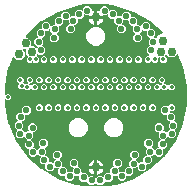
<source format=gbr>
G04 EAGLE Gerber RS-274X export*
G75*
%MOMM*%
%FSLAX34Y34*%
%LPD*%
%INBottom Copper*%
%IPPOS*%
%AMOC8*
5,1,8,0,0,1.08239X$1,22.5*%
G01*
%ADD10C,0.750000*%
%ADD11C,0.533400*%
%ADD12C,0.352400*%

G36*
X9688Y-77127D02*
X9688Y-77127D01*
X9751Y-77125D01*
X16855Y-75929D01*
X16894Y-75915D01*
X16951Y-75905D01*
X32140Y-70823D01*
X32183Y-70799D01*
X32260Y-70769D01*
X46072Y-62660D01*
X46109Y-62628D01*
X46178Y-62582D01*
X58017Y-51796D01*
X58048Y-51757D01*
X58105Y-51698D01*
X67463Y-38700D01*
X67484Y-38655D01*
X67528Y-38586D01*
X74000Y-23935D01*
X74012Y-23887D01*
X74040Y-23810D01*
X77348Y-8139D01*
X77348Y-8112D01*
X77354Y-8095D01*
X77353Y-8061D01*
X77361Y-8008D01*
X77361Y8008D01*
X77352Y8057D01*
X77348Y8139D01*
X74040Y23810D01*
X74022Y23856D01*
X74000Y23935D01*
X69372Y34410D01*
X69333Y34468D01*
X69302Y34531D01*
X69271Y34561D01*
X69247Y34596D01*
X69190Y34637D01*
X69139Y34685D01*
X69099Y34702D01*
X69064Y34727D01*
X68997Y34745D01*
X68932Y34773D01*
X68889Y34775D01*
X68848Y34786D01*
X68778Y34780D01*
X68708Y34783D01*
X68667Y34770D01*
X68625Y34766D01*
X68561Y34736D01*
X68494Y34714D01*
X68455Y34685D01*
X68422Y34669D01*
X68393Y34639D01*
X68344Y34603D01*
X65974Y32233D01*
X62026Y32233D01*
X59948Y34310D01*
X59914Y34334D01*
X59887Y34364D01*
X59866Y34374D01*
X59847Y34393D01*
X59803Y34411D01*
X59764Y34438D01*
X59719Y34450D01*
X59688Y34466D01*
X59666Y34469D01*
X59640Y34480D01*
X59593Y34483D01*
X59547Y34494D01*
X59518Y34491D01*
X59502Y34494D01*
X59498Y34494D01*
X59467Y34488D01*
X59416Y34490D01*
X59371Y34476D01*
X59324Y34471D01*
X59297Y34458D01*
X59277Y34454D01*
X59246Y34436D01*
X59202Y34422D01*
X59158Y34389D01*
X59123Y34372D01*
X59104Y34352D01*
X59084Y34340D01*
X59072Y34325D01*
X59052Y34310D01*
X58534Y33793D01*
X58496Y33739D01*
X58451Y33691D01*
X58433Y33647D01*
X58406Y33609D01*
X58389Y33545D01*
X58364Y33484D01*
X58362Y33437D01*
X58350Y33391D01*
X58357Y33326D01*
X58354Y33260D01*
X58368Y33215D01*
X58373Y33168D01*
X58402Y33109D01*
X58422Y33046D01*
X58455Y33002D01*
X58473Y32967D01*
X58501Y32940D01*
X58534Y32896D01*
X59779Y31651D01*
X59779Y29349D01*
X58151Y27721D01*
X55849Y27721D01*
X54221Y29349D01*
X54221Y31599D01*
X54210Y31664D01*
X54208Y31730D01*
X54190Y31773D01*
X54182Y31820D01*
X54148Y31877D01*
X54123Y31937D01*
X54092Y31972D01*
X54067Y32013D01*
X54016Y32055D01*
X53972Y32103D01*
X53930Y32125D01*
X53893Y32154D01*
X53831Y32175D01*
X53772Y32206D01*
X53718Y32214D01*
X53681Y32226D01*
X53641Y32225D01*
X53587Y32233D01*
X53413Y32233D01*
X53348Y32222D01*
X53282Y32220D01*
X53239Y32202D01*
X53192Y32194D01*
X53135Y32160D01*
X53075Y32135D01*
X53040Y32104D01*
X52999Y32079D01*
X52957Y32028D01*
X52909Y31984D01*
X52887Y31942D01*
X52858Y31905D01*
X52837Y31843D01*
X52806Y31784D01*
X52798Y31730D01*
X52786Y31693D01*
X52787Y31653D01*
X52779Y31599D01*
X52779Y29349D01*
X51151Y27721D01*
X48849Y27721D01*
X47449Y29122D01*
X47394Y29159D01*
X47347Y29205D01*
X47303Y29223D01*
X47264Y29250D01*
X47201Y29266D01*
X47140Y29292D01*
X47093Y29294D01*
X47047Y29306D01*
X46982Y29299D01*
X46916Y29302D01*
X46871Y29287D01*
X46824Y29283D01*
X46765Y29253D01*
X46702Y29233D01*
X46658Y29201D01*
X46623Y29183D01*
X46596Y29154D01*
X46552Y29122D01*
X45151Y27721D01*
X42849Y27721D01*
X41221Y29349D01*
X41221Y31651D01*
X42849Y33279D01*
X44691Y33279D01*
X44779Y33295D01*
X44867Y33304D01*
X44889Y33314D01*
X44912Y33318D01*
X44989Y33364D01*
X45068Y33403D01*
X45085Y33420D01*
X45105Y33433D01*
X45161Y33502D01*
X45222Y33566D01*
X45232Y33588D01*
X45247Y33607D01*
X45275Y33691D01*
X45310Y33773D01*
X45311Y33797D01*
X45318Y33819D01*
X45316Y33908D01*
X45320Y33997D01*
X45313Y34020D01*
X45312Y34044D01*
X45278Y34126D01*
X45251Y34211D01*
X45235Y34232D01*
X45228Y34251D01*
X45194Y34289D01*
X45140Y34361D01*
X43047Y36454D01*
X43047Y39506D01*
X45219Y41678D01*
X45228Y41679D01*
X45316Y41689D01*
X45337Y41699D01*
X45361Y41703D01*
X45437Y41749D01*
X45517Y41788D01*
X45533Y41805D01*
X45554Y41817D01*
X45610Y41887D01*
X45671Y41951D01*
X45680Y41973D01*
X45695Y41992D01*
X45724Y42076D01*
X45758Y42158D01*
X45760Y42182D01*
X45767Y42204D01*
X45764Y42293D01*
X45768Y42382D01*
X45761Y42405D01*
X45760Y42428D01*
X45727Y42511D01*
X45700Y42596D01*
X45684Y42617D01*
X45676Y42636D01*
X45642Y42674D01*
X45588Y42746D01*
X44658Y43677D01*
X44658Y46728D01*
X45569Y47639D01*
X45620Y47712D01*
X45676Y47781D01*
X45683Y47804D01*
X45697Y47823D01*
X45719Y47909D01*
X45748Y47994D01*
X45747Y48017D01*
X45753Y48040D01*
X45744Y48129D01*
X45741Y48218D01*
X45732Y48240D01*
X45730Y48264D01*
X45690Y48344D01*
X45657Y48426D01*
X45641Y48443D01*
X45630Y48465D01*
X45565Y48526D01*
X45505Y48592D01*
X45484Y48602D01*
X45467Y48619D01*
X45385Y48653D01*
X45306Y48694D01*
X45280Y48698D01*
X45260Y48706D01*
X45210Y48708D01*
X45120Y48722D01*
X45014Y48722D01*
X42856Y50880D01*
X42856Y54028D01*
X42844Y54093D01*
X42843Y54158D01*
X42825Y54202D01*
X42816Y54249D01*
X42783Y54305D01*
X42758Y54366D01*
X42726Y54401D01*
X42702Y54442D01*
X42651Y54483D01*
X42607Y54532D01*
X42565Y54553D01*
X42528Y54583D01*
X42466Y54604D01*
X42407Y54634D01*
X42353Y54643D01*
X42316Y54655D01*
X42276Y54654D01*
X42222Y54662D01*
X40679Y54662D01*
X39762Y55579D01*
X39689Y55630D01*
X39620Y55686D01*
X39597Y55694D01*
X39578Y55707D01*
X39491Y55730D01*
X39407Y55758D01*
X39383Y55757D01*
X39360Y55763D01*
X39272Y55754D01*
X39183Y55751D01*
X39161Y55743D01*
X39137Y55740D01*
X39057Y55701D01*
X38975Y55667D01*
X38957Y55651D01*
X38936Y55641D01*
X38875Y55576D01*
X38809Y55516D01*
X38798Y55495D01*
X38782Y55477D01*
X38747Y55395D01*
X38707Y55316D01*
X38703Y55290D01*
X38695Y55271D01*
X38693Y55220D01*
X38679Y55131D01*
X38679Y54648D01*
X37113Y53082D01*
X37076Y53028D01*
X37031Y52980D01*
X37012Y52937D01*
X36985Y52898D01*
X36969Y52834D01*
X36943Y52774D01*
X36941Y52727D01*
X36929Y52681D01*
X36936Y52615D01*
X36933Y52550D01*
X36948Y52505D01*
X36952Y52458D01*
X36982Y52399D01*
X37002Y52336D01*
X37034Y52292D01*
X37052Y52257D01*
X37081Y52230D01*
X37113Y52185D01*
X38992Y50306D01*
X38992Y47255D01*
X36834Y45097D01*
X33783Y45097D01*
X31625Y47255D01*
X31625Y50306D01*
X33191Y51872D01*
X33228Y51926D01*
X33273Y51974D01*
X33292Y52018D01*
X33319Y52057D01*
X33335Y52120D01*
X33361Y52181D01*
X33363Y52228D01*
X33375Y52274D01*
X33368Y52339D01*
X33371Y52405D01*
X33356Y52450D01*
X33351Y52497D01*
X33322Y52556D01*
X33302Y52619D01*
X33269Y52663D01*
X33252Y52698D01*
X33223Y52725D01*
X33191Y52769D01*
X31312Y54648D01*
X31312Y57700D01*
X31511Y57899D01*
X31561Y57972D01*
X31617Y58041D01*
X31625Y58063D01*
X31639Y58083D01*
X31661Y58169D01*
X31689Y58253D01*
X31689Y58277D01*
X31695Y58300D01*
X31685Y58389D01*
X31683Y58478D01*
X31674Y58500D01*
X31671Y58523D01*
X31632Y58603D01*
X31598Y58686D01*
X31582Y58703D01*
X31572Y58724D01*
X31507Y58786D01*
X31447Y58851D01*
X31426Y58862D01*
X31409Y58878D01*
X31327Y58913D01*
X31247Y58954D01*
X31221Y58958D01*
X31202Y58966D01*
X31152Y58968D01*
X31062Y58981D01*
X29865Y58981D01*
X27707Y61139D01*
X27707Y62963D01*
X27695Y63028D01*
X27693Y63094D01*
X27675Y63137D01*
X27667Y63184D01*
X27634Y63241D01*
X27609Y63302D01*
X27577Y63336D01*
X27553Y63377D01*
X27502Y63419D01*
X27458Y63467D01*
X27415Y63489D01*
X27379Y63519D01*
X27317Y63540D01*
X27258Y63570D01*
X27203Y63578D01*
X27166Y63590D01*
X27127Y63589D01*
X27073Y63597D01*
X24140Y63597D01*
X24031Y63707D01*
X23957Y63758D01*
X23888Y63814D01*
X23866Y63821D01*
X23846Y63835D01*
X23760Y63857D01*
X23676Y63886D01*
X23652Y63885D01*
X23629Y63891D01*
X23540Y63882D01*
X23451Y63879D01*
X23430Y63870D01*
X23406Y63868D01*
X23326Y63828D01*
X23244Y63795D01*
X23226Y63779D01*
X23205Y63768D01*
X23144Y63704D01*
X23078Y63643D01*
X23067Y63622D01*
X23051Y63605D01*
X23016Y63523D01*
X22975Y63444D01*
X22972Y63418D01*
X22963Y63398D01*
X22961Y63348D01*
X22948Y63258D01*
X22948Y61792D01*
X22180Y61023D01*
X22129Y60950D01*
X22073Y60881D01*
X22065Y60859D01*
X22052Y60839D01*
X22029Y60753D01*
X22001Y60669D01*
X22002Y60645D01*
X21996Y60622D01*
X22005Y60533D01*
X22007Y60444D01*
X22016Y60422D01*
X22019Y60399D01*
X22058Y60319D01*
X22092Y60236D01*
X22108Y60219D01*
X22118Y60198D01*
X22183Y60136D01*
X22243Y60071D01*
X22264Y60060D01*
X22282Y60044D01*
X22364Y60009D01*
X22443Y59968D01*
X22469Y59964D01*
X22488Y59956D01*
X22539Y59954D01*
X22628Y59941D01*
X23006Y59941D01*
X25164Y57783D01*
X25164Y54731D01*
X23006Y52573D01*
X19954Y52573D01*
X17796Y54731D01*
X17796Y57783D01*
X18564Y58551D01*
X18615Y58624D01*
X18671Y58693D01*
X18679Y58716D01*
X18692Y58735D01*
X18715Y58821D01*
X18743Y58906D01*
X18742Y58929D01*
X18748Y58952D01*
X18739Y59041D01*
X18737Y59130D01*
X18728Y59152D01*
X18725Y59176D01*
X18686Y59255D01*
X18652Y59338D01*
X18636Y59355D01*
X18626Y59377D01*
X18561Y59438D01*
X18501Y59503D01*
X18480Y59514D01*
X18462Y59531D01*
X18380Y59565D01*
X18301Y59606D01*
X18275Y59610D01*
X18256Y59618D01*
X18205Y59620D01*
X18116Y59634D01*
X17738Y59634D01*
X15580Y61792D01*
X15580Y64336D01*
X15569Y64401D01*
X15567Y64467D01*
X15549Y64511D01*
X15541Y64557D01*
X15507Y64614D01*
X15482Y64675D01*
X15451Y64710D01*
X15427Y64750D01*
X15375Y64792D01*
X15331Y64840D01*
X15289Y64862D01*
X15252Y64892D01*
X15190Y64913D01*
X15131Y64943D01*
X15077Y64951D01*
X15040Y64964D01*
X15000Y64963D01*
X14946Y64971D01*
X12576Y64971D01*
X10418Y67128D01*
X10418Y67931D01*
X10402Y68019D01*
X10393Y68107D01*
X10383Y68129D01*
X10379Y68152D01*
X10333Y68229D01*
X10294Y68309D01*
X10277Y68325D01*
X10264Y68345D01*
X10195Y68401D01*
X10131Y68462D01*
X10109Y68472D01*
X10090Y68487D01*
X10006Y68515D01*
X9924Y68550D01*
X9900Y68551D01*
X9878Y68559D01*
X9789Y68556D01*
X9700Y68560D01*
X9677Y68553D01*
X9653Y68552D01*
X9571Y68518D01*
X9486Y68491D01*
X9465Y68476D01*
X9446Y68468D01*
X9408Y68434D01*
X9335Y68380D01*
X8903Y67948D01*
X6799Y67948D01*
X6784Y67945D01*
X6769Y67947D01*
X6674Y67925D01*
X6579Y67908D01*
X6565Y67900D01*
X6550Y67897D01*
X6469Y67843D01*
X6385Y67794D01*
X6376Y67782D01*
X6363Y67773D01*
X6305Y67695D01*
X6244Y67620D01*
X6239Y67605D01*
X6230Y67593D01*
X6203Y67499D01*
X6172Y67407D01*
X6173Y67392D01*
X6168Y67377D01*
X6174Y67249D01*
X1249Y67249D01*
X1249Y72165D01*
X1835Y72049D01*
X2817Y71642D01*
X2893Y71626D01*
X2966Y71601D01*
X3001Y71602D01*
X3036Y71594D01*
X3113Y71605D01*
X3190Y71608D01*
X3223Y71621D01*
X3258Y71626D01*
X3326Y71663D01*
X3398Y71692D01*
X3424Y71716D01*
X3456Y71733D01*
X3506Y71791D01*
X3564Y71843D01*
X3580Y71875D01*
X3603Y71902D01*
X3631Y71974D01*
X3666Y72043D01*
X3672Y72083D01*
X3683Y72111D01*
X3683Y72158D01*
X3694Y72228D01*
X3694Y73157D01*
X5852Y75315D01*
X8903Y75315D01*
X11061Y73157D01*
X11061Y72355D01*
X11077Y72267D01*
X11086Y72178D01*
X11097Y72157D01*
X11101Y72134D01*
X11146Y72057D01*
X11186Y71977D01*
X11203Y71961D01*
X11215Y71940D01*
X11284Y71884D01*
X11349Y71823D01*
X11371Y71814D01*
X11389Y71799D01*
X11474Y71771D01*
X11556Y71736D01*
X11579Y71735D01*
X11602Y71727D01*
X11691Y71730D01*
X11780Y71726D01*
X11802Y71733D01*
X11826Y71734D01*
X11909Y71767D01*
X11993Y71795D01*
X12015Y71810D01*
X12034Y71818D01*
X12071Y71852D01*
X12144Y71906D01*
X12576Y72338D01*
X15628Y72338D01*
X17786Y70180D01*
X17786Y67635D01*
X17797Y67571D01*
X17799Y67505D01*
X17817Y67461D01*
X17825Y67415D01*
X17859Y67358D01*
X17884Y67297D01*
X17915Y67262D01*
X17939Y67221D01*
X17991Y67180D01*
X18035Y67131D01*
X18077Y67110D01*
X18114Y67080D01*
X18176Y67059D01*
X18235Y67029D01*
X18289Y67021D01*
X18326Y67008D01*
X18366Y67009D01*
X18420Y67001D01*
X20790Y67001D01*
X20899Y66892D01*
X20973Y66841D01*
X21042Y66785D01*
X21064Y66777D01*
X21083Y66764D01*
X21170Y66741D01*
X21254Y66713D01*
X21278Y66714D01*
X21301Y66708D01*
X21389Y66717D01*
X21478Y66720D01*
X21500Y66728D01*
X21524Y66731D01*
X21604Y66770D01*
X21686Y66804D01*
X21704Y66820D01*
X21725Y66830D01*
X21786Y66895D01*
X21852Y66955D01*
X21863Y66976D01*
X21879Y66994D01*
X21914Y67075D01*
X21954Y67155D01*
X21958Y67181D01*
X21966Y67200D01*
X21969Y67251D01*
X21982Y67340D01*
X21982Y68807D01*
X24140Y70965D01*
X27192Y70965D01*
X29350Y68807D01*
X29350Y66983D01*
X29361Y66918D01*
X29363Y66853D01*
X29381Y66809D01*
X29389Y66762D01*
X29423Y66706D01*
X29447Y66645D01*
X29479Y66610D01*
X29503Y66569D01*
X29554Y66528D01*
X29599Y66479D01*
X29641Y66457D01*
X29678Y66428D01*
X29740Y66407D01*
X29798Y66377D01*
X29853Y66368D01*
X29890Y66356D01*
X29929Y66357D01*
X29984Y66349D01*
X32916Y66349D01*
X35074Y64191D01*
X35074Y61139D01*
X34875Y60940D01*
X34825Y60867D01*
X34768Y60798D01*
X34761Y60776D01*
X34747Y60756D01*
X34725Y60670D01*
X34697Y60586D01*
X34697Y60562D01*
X34691Y60539D01*
X34701Y60450D01*
X34703Y60361D01*
X34712Y60340D01*
X34715Y60316D01*
X34754Y60236D01*
X34788Y60154D01*
X34803Y60136D01*
X34814Y60115D01*
X34879Y60054D01*
X34939Y59988D01*
X34960Y59977D01*
X34977Y59961D01*
X35059Y59926D01*
X35139Y59885D01*
X35165Y59882D01*
X35184Y59873D01*
X35234Y59871D01*
X35324Y59858D01*
X36521Y59858D01*
X37438Y58941D01*
X37512Y58890D01*
X37581Y58834D01*
X37603Y58826D01*
X37623Y58812D01*
X37709Y58790D01*
X37793Y58762D01*
X37817Y58762D01*
X37840Y58757D01*
X37928Y58766D01*
X38017Y58768D01*
X38039Y58777D01*
X38063Y58780D01*
X38143Y58819D01*
X38225Y58853D01*
X38243Y58869D01*
X38264Y58879D01*
X38325Y58944D01*
X38391Y59004D01*
X38402Y59025D01*
X38418Y59042D01*
X38453Y59124D01*
X38493Y59204D01*
X38497Y59230D01*
X38506Y59249D01*
X38508Y59299D01*
X38521Y59389D01*
X38521Y59872D01*
X40679Y62030D01*
X43731Y62030D01*
X45889Y59872D01*
X45889Y56723D01*
X45900Y56659D01*
X45902Y56593D01*
X45920Y56549D01*
X45928Y56503D01*
X45962Y56446D01*
X45987Y56385D01*
X46018Y56350D01*
X46042Y56309D01*
X46094Y56268D01*
X46138Y56219D01*
X46180Y56198D01*
X46217Y56168D01*
X46279Y56147D01*
X46338Y56117D01*
X46392Y56109D01*
X46429Y56096D01*
X46468Y56097D01*
X46523Y56089D01*
X48066Y56089D01*
X50224Y53931D01*
X50224Y50880D01*
X49313Y49969D01*
X49262Y49896D01*
X49206Y49827D01*
X49198Y49804D01*
X49185Y49785D01*
X49163Y49698D01*
X49134Y49614D01*
X49135Y49590D01*
X49129Y49567D01*
X49138Y49479D01*
X49141Y49390D01*
X49150Y49368D01*
X49152Y49344D01*
X49192Y49264D01*
X49225Y49182D01*
X49241Y49164D01*
X49252Y49143D01*
X49316Y49082D01*
X49376Y49016D01*
X49397Y49006D01*
X49415Y48989D01*
X49497Y48955D01*
X49576Y48914D01*
X49602Y48910D01*
X49621Y48902D01*
X49672Y48900D01*
X49761Y48886D01*
X49868Y48886D01*
X50270Y48483D01*
X50334Y48439D01*
X50392Y48388D01*
X50426Y48376D01*
X50455Y48355D01*
X50530Y48336D01*
X50602Y48309D01*
X50638Y48308D01*
X50672Y48299D01*
X50749Y48307D01*
X50826Y48307D01*
X50860Y48319D01*
X50895Y48323D01*
X50964Y48357D01*
X51037Y48383D01*
X51064Y48406D01*
X51096Y48422D01*
X51149Y48479D01*
X51208Y48529D01*
X51229Y48563D01*
X51250Y48585D01*
X51268Y48628D01*
X51305Y48689D01*
X51425Y48980D01*
X52114Y50010D01*
X52990Y50886D01*
X54020Y51575D01*
X55165Y52049D01*
X56047Y52224D01*
X56086Y52240D01*
X56127Y52246D01*
X56189Y52280D01*
X56255Y52306D01*
X56287Y52334D01*
X56324Y52355D01*
X56370Y52409D01*
X56423Y52456D01*
X56442Y52493D01*
X56470Y52525D01*
X56494Y52592D01*
X56527Y52654D01*
X56533Y52696D01*
X56547Y52735D01*
X56547Y52806D01*
X56556Y52877D01*
X56547Y52918D01*
X56547Y52960D01*
X56522Y53026D01*
X56506Y53096D01*
X56483Y53131D01*
X56468Y53170D01*
X56411Y53241D01*
X56383Y53283D01*
X56366Y53295D01*
X56350Y53315D01*
X46178Y62582D01*
X46136Y62608D01*
X46072Y62660D01*
X32260Y70769D01*
X32213Y70786D01*
X32140Y70823D01*
X16951Y75905D01*
X16911Y75911D01*
X16855Y75929D01*
X9751Y77125D01*
X9708Y77125D01*
X9646Y77134D01*
X-9646Y77134D01*
X-9688Y77127D01*
X-9751Y77125D01*
X-16855Y75929D01*
X-16894Y75915D01*
X-16951Y75905D01*
X-32140Y70823D01*
X-32183Y70799D01*
X-32260Y70769D01*
X-46072Y62660D01*
X-46109Y62628D01*
X-46178Y62582D01*
X-58017Y51796D01*
X-58048Y51757D01*
X-58105Y51698D01*
X-59492Y49772D01*
X-59508Y49737D01*
X-59533Y49707D01*
X-59557Y49637D01*
X-59589Y49569D01*
X-59592Y49531D01*
X-59605Y49495D01*
X-59602Y49420D01*
X-59609Y49346D01*
X-59599Y49309D01*
X-59598Y49270D01*
X-59570Y49201D01*
X-59550Y49129D01*
X-59528Y49098D01*
X-59514Y49063D01*
X-59463Y49007D01*
X-59420Y48947D01*
X-59388Y48925D01*
X-59362Y48897D01*
X-59296Y48863D01*
X-59234Y48821D01*
X-59197Y48812D01*
X-59163Y48794D01*
X-59065Y48780D01*
X-59016Y48768D01*
X-58999Y48770D01*
X-58977Y48767D01*
X-57526Y48767D01*
X-54733Y45974D01*
X-54733Y42401D01*
X-54722Y42336D01*
X-54720Y42270D01*
X-54702Y42227D01*
X-54694Y42180D01*
X-54660Y42123D01*
X-54635Y42063D01*
X-54604Y42028D01*
X-54579Y41987D01*
X-54528Y41945D01*
X-54484Y41897D01*
X-54442Y41875D01*
X-54405Y41846D01*
X-54343Y41825D01*
X-54284Y41794D01*
X-54230Y41786D01*
X-54193Y41774D01*
X-54153Y41775D01*
X-54099Y41767D01*
X-52226Y41767D01*
X-50638Y40179D01*
X-50584Y40142D01*
X-50536Y40096D01*
X-50493Y40078D01*
X-50454Y40051D01*
X-50390Y40035D01*
X-50329Y40009D01*
X-50282Y40007D01*
X-50237Y39995D01*
X-50171Y40002D01*
X-50105Y39999D01*
X-50060Y40014D01*
X-50013Y40018D01*
X-49954Y40048D01*
X-49892Y40068D01*
X-49848Y40100D01*
X-49812Y40118D01*
X-49785Y40147D01*
X-49741Y40179D01*
X-49484Y40436D01*
X-49434Y40509D01*
X-49377Y40578D01*
X-49370Y40601D01*
X-49356Y40620D01*
X-49334Y40706D01*
X-49305Y40791D01*
X-49306Y40814D01*
X-49300Y40837D01*
X-49309Y40926D01*
X-49312Y41015D01*
X-49321Y41037D01*
X-49323Y41061D01*
X-49363Y41141D01*
X-49396Y41223D01*
X-49412Y41240D01*
X-49423Y41262D01*
X-49488Y41323D01*
X-49548Y41389D01*
X-49569Y41399D01*
X-49586Y41416D01*
X-49668Y41450D01*
X-49747Y41491D01*
X-49774Y41495D01*
X-49793Y41503D01*
X-49843Y41505D01*
X-49856Y41507D01*
X-52026Y43677D01*
X-52026Y46728D01*
X-49868Y48886D01*
X-49761Y48886D01*
X-49674Y48902D01*
X-49585Y48911D01*
X-49564Y48922D01*
X-49541Y48926D01*
X-49464Y48971D01*
X-49384Y49011D01*
X-49368Y49028D01*
X-49347Y49040D01*
X-49291Y49109D01*
X-49230Y49174D01*
X-49221Y49196D01*
X-49206Y49214D01*
X-49177Y49298D01*
X-49143Y49380D01*
X-49142Y49404D01*
X-49134Y49427D01*
X-49137Y49516D01*
X-49133Y49605D01*
X-49140Y49627D01*
X-49141Y49651D01*
X-49174Y49733D01*
X-49201Y49818D01*
X-49217Y49839D01*
X-49225Y49859D01*
X-49259Y49896D01*
X-49313Y49969D01*
X-50224Y50880D01*
X-50224Y53931D01*
X-48066Y56089D01*
X-46523Y56089D01*
X-46458Y56101D01*
X-46392Y56103D01*
X-46349Y56120D01*
X-46302Y56129D01*
X-46245Y56162D01*
X-46184Y56187D01*
X-46150Y56219D01*
X-46109Y56243D01*
X-46067Y56294D01*
X-46019Y56338D01*
X-45997Y56381D01*
X-45967Y56417D01*
X-45946Y56479D01*
X-45916Y56538D01*
X-45908Y56592D01*
X-45896Y56630D01*
X-45897Y56669D01*
X-45889Y56723D01*
X-45889Y59872D01*
X-43731Y62030D01*
X-40679Y62030D01*
X-38521Y59872D01*
X-38521Y59389D01*
X-38505Y59301D01*
X-38496Y59213D01*
X-38486Y59192D01*
X-38481Y59168D01*
X-38436Y59091D01*
X-38397Y59012D01*
X-38379Y58995D01*
X-38367Y58975D01*
X-38298Y58919D01*
X-38233Y58858D01*
X-38212Y58849D01*
X-38193Y58834D01*
X-38109Y58805D01*
X-38027Y58770D01*
X-38003Y58769D01*
X-37981Y58762D01*
X-37892Y58764D01*
X-37803Y58760D01*
X-37780Y58768D01*
X-37756Y58768D01*
X-37674Y58802D01*
X-37589Y58829D01*
X-37568Y58845D01*
X-37548Y58853D01*
X-37511Y58887D01*
X-37438Y58941D01*
X-36521Y59858D01*
X-35324Y59858D01*
X-35236Y59873D01*
X-35148Y59883D01*
X-35126Y59893D01*
X-35103Y59897D01*
X-35026Y59943D01*
X-34947Y59982D01*
X-34930Y59999D01*
X-34910Y60012D01*
X-34854Y60081D01*
X-34793Y60145D01*
X-34783Y60167D01*
X-34768Y60186D01*
X-34740Y60270D01*
X-34705Y60352D01*
X-34704Y60376D01*
X-34697Y60398D01*
X-34699Y60487D01*
X-34695Y60576D01*
X-34703Y60599D01*
X-34703Y60623D01*
X-34737Y60705D01*
X-34764Y60790D01*
X-34780Y60811D01*
X-34788Y60830D01*
X-34821Y60868D01*
X-34875Y60940D01*
X-35074Y61139D01*
X-35074Y64191D01*
X-32916Y66349D01*
X-29984Y66349D01*
X-29919Y66361D01*
X-29853Y66362D01*
X-29810Y66380D01*
X-29763Y66389D01*
X-29706Y66422D01*
X-29645Y66447D01*
X-29610Y66479D01*
X-29570Y66503D01*
X-29528Y66554D01*
X-29480Y66598D01*
X-29458Y66640D01*
X-29428Y66677D01*
X-29407Y66739D01*
X-29377Y66798D01*
X-29369Y66852D01*
X-29356Y66889D01*
X-29358Y66929D01*
X-29350Y66983D01*
X-29350Y68807D01*
X-27192Y70965D01*
X-24140Y70965D01*
X-21982Y68807D01*
X-21982Y67340D01*
X-21966Y67252D01*
X-21957Y67164D01*
X-21947Y67143D01*
X-21942Y67119D01*
X-21897Y67043D01*
X-21858Y66963D01*
X-21840Y66947D01*
X-21828Y66926D01*
X-21759Y66870D01*
X-21694Y66809D01*
X-21672Y66800D01*
X-21654Y66785D01*
X-21570Y66756D01*
X-21488Y66722D01*
X-21464Y66720D01*
X-21442Y66713D01*
X-21353Y66716D01*
X-21264Y66712D01*
X-21241Y66719D01*
X-21217Y66720D01*
X-21135Y66753D01*
X-21050Y66780D01*
X-21029Y66796D01*
X-21009Y66804D01*
X-20972Y66838D01*
X-20899Y66892D01*
X-20790Y67001D01*
X-18420Y67001D01*
X-18355Y67013D01*
X-18289Y67015D01*
X-18246Y67032D01*
X-18199Y67041D01*
X-18142Y67074D01*
X-18081Y67099D01*
X-18047Y67131D01*
X-18006Y67155D01*
X-17964Y67206D01*
X-17916Y67250D01*
X-17894Y67292D01*
X-17865Y67329D01*
X-17843Y67391D01*
X-17813Y67450D01*
X-17805Y67504D01*
X-17793Y67542D01*
X-17794Y67581D01*
X-17786Y67635D01*
X-17786Y70180D01*
X-15628Y72338D01*
X-12576Y72338D01*
X-12144Y71906D01*
X-12071Y71855D01*
X-12002Y71799D01*
X-11979Y71792D01*
X-11960Y71778D01*
X-11874Y71756D01*
X-11789Y71727D01*
X-11766Y71728D01*
X-11743Y71722D01*
X-11654Y71731D01*
X-11565Y71734D01*
X-11543Y71743D01*
X-11519Y71745D01*
X-11440Y71785D01*
X-11357Y71818D01*
X-11340Y71834D01*
X-11318Y71845D01*
X-11257Y71910D01*
X-11192Y71970D01*
X-11181Y71991D01*
X-11164Y72008D01*
X-11130Y72090D01*
X-11089Y72169D01*
X-11085Y72195D01*
X-11077Y72215D01*
X-11075Y72265D01*
X-11061Y72355D01*
X-11061Y73157D01*
X-8903Y75315D01*
X-5852Y75315D01*
X-3694Y73157D01*
X-3694Y72228D01*
X-3680Y72152D01*
X-3675Y72075D01*
X-3660Y72042D01*
X-3654Y72007D01*
X-3615Y71940D01*
X-3583Y71870D01*
X-3558Y71845D01*
X-3540Y71814D01*
X-3480Y71765D01*
X-3426Y71710D01*
X-3393Y71695D01*
X-3366Y71673D01*
X-3293Y71648D01*
X-3222Y71615D01*
X-3187Y71612D01*
X-3153Y71601D01*
X-3076Y71603D01*
X-2999Y71597D01*
X-2960Y71607D01*
X-2929Y71608D01*
X-2886Y71625D01*
X-2817Y71642D01*
X-1835Y72049D01*
X-1249Y72165D01*
X-1249Y67249D01*
X-6173Y67249D01*
X-6175Y67317D01*
X-6173Y67414D01*
X-6178Y67429D01*
X-6179Y67444D01*
X-6215Y67534D01*
X-6247Y67626D01*
X-6257Y67638D01*
X-6263Y67652D01*
X-6329Y67724D01*
X-6391Y67798D01*
X-6404Y67806D01*
X-6414Y67817D01*
X-6501Y67862D01*
X-6585Y67910D01*
X-6600Y67913D01*
X-6614Y67920D01*
X-6799Y67948D01*
X-8903Y67948D01*
X-9335Y68380D01*
X-9409Y68431D01*
X-9478Y68487D01*
X-9500Y68494D01*
X-9520Y68508D01*
X-9606Y68530D01*
X-9690Y68559D01*
X-9714Y68558D01*
X-9737Y68564D01*
X-9826Y68555D01*
X-9915Y68552D01*
X-9937Y68543D01*
X-9960Y68541D01*
X-10040Y68501D01*
X-10122Y68468D01*
X-10140Y68452D01*
X-10161Y68441D01*
X-10222Y68376D01*
X-10288Y68316D01*
X-10299Y68295D01*
X-10315Y68278D01*
X-10350Y68196D01*
X-10391Y68117D01*
X-10394Y68091D01*
X-10403Y68071D01*
X-10405Y68021D01*
X-10418Y67931D01*
X-10418Y67128D01*
X-12576Y64971D01*
X-14946Y64971D01*
X-15011Y64959D01*
X-15077Y64957D01*
X-15120Y64939D01*
X-15167Y64931D01*
X-15224Y64897D01*
X-15285Y64873D01*
X-15319Y64841D01*
X-15360Y64817D01*
X-15402Y64766D01*
X-15450Y64721D01*
X-15472Y64679D01*
X-15501Y64643D01*
X-15523Y64580D01*
X-15553Y64522D01*
X-15561Y64467D01*
X-15573Y64430D01*
X-15572Y64400D01*
X-15573Y64397D01*
X-15573Y64385D01*
X-15580Y64336D01*
X-15580Y61792D01*
X-17738Y59634D01*
X-18116Y59634D01*
X-18204Y59618D01*
X-18292Y59609D01*
X-18313Y59598D01*
X-18337Y59594D01*
X-18414Y59549D01*
X-18493Y59509D01*
X-18509Y59492D01*
X-18530Y59480D01*
X-18586Y59411D01*
X-18647Y59346D01*
X-18656Y59324D01*
X-18671Y59306D01*
X-18700Y59221D01*
X-18735Y59139D01*
X-18736Y59116D01*
X-18743Y59093D01*
X-18741Y59004D01*
X-18745Y58915D01*
X-18737Y58893D01*
X-18737Y58869D01*
X-18703Y58786D01*
X-18676Y58702D01*
X-18660Y58680D01*
X-18652Y58661D01*
X-18618Y58624D01*
X-18564Y58551D01*
X-17796Y57783D01*
X-17796Y54731D01*
X-19954Y52573D01*
X-23006Y52573D01*
X-25164Y54731D01*
X-25164Y57783D01*
X-23006Y59941D01*
X-22628Y59941D01*
X-22540Y59956D01*
X-22452Y59966D01*
X-22431Y59976D01*
X-22407Y59980D01*
X-22330Y60026D01*
X-22251Y60065D01*
X-22235Y60082D01*
X-22214Y60094D01*
X-22158Y60164D01*
X-22097Y60228D01*
X-22088Y60250D01*
X-22073Y60269D01*
X-22044Y60353D01*
X-22009Y60435D01*
X-22008Y60459D01*
X-22001Y60481D01*
X-22003Y60570D01*
X-21999Y60659D01*
X-22007Y60682D01*
X-22007Y60705D01*
X-22041Y60788D01*
X-22068Y60873D01*
X-22084Y60894D01*
X-22092Y60913D01*
X-22126Y60951D01*
X-22180Y61023D01*
X-22948Y61792D01*
X-22948Y63258D01*
X-22964Y63346D01*
X-22973Y63435D01*
X-22983Y63456D01*
X-22987Y63479D01*
X-23033Y63556D01*
X-23072Y63636D01*
X-23089Y63652D01*
X-23102Y63672D01*
X-23171Y63728D01*
X-23235Y63790D01*
X-23257Y63799D01*
X-23276Y63814D01*
X-23360Y63842D01*
X-23442Y63877D01*
X-23466Y63878D01*
X-23488Y63886D01*
X-23577Y63883D01*
X-23666Y63887D01*
X-23689Y63880D01*
X-23713Y63879D01*
X-23795Y63846D01*
X-23880Y63818D01*
X-23901Y63803D01*
X-23920Y63795D01*
X-23958Y63761D01*
X-24031Y63707D01*
X-24140Y63597D01*
X-27073Y63597D01*
X-27137Y63586D01*
X-27203Y63584D01*
X-27247Y63566D01*
X-27293Y63558D01*
X-27350Y63524D01*
X-27411Y63500D01*
X-27446Y63468D01*
X-27487Y63444D01*
X-27528Y63393D01*
X-27577Y63348D01*
X-27598Y63306D01*
X-27628Y63269D01*
X-27649Y63207D01*
X-27679Y63149D01*
X-27687Y63094D01*
X-27700Y63057D01*
X-27699Y63018D01*
X-27707Y62963D01*
X-27707Y61139D01*
X-29865Y58981D01*
X-31062Y58981D01*
X-31150Y58966D01*
X-31238Y58956D01*
X-31259Y58946D01*
X-31283Y58942D01*
X-31360Y58896D01*
X-31439Y58857D01*
X-31456Y58840D01*
X-31476Y58828D01*
X-31532Y58759D01*
X-31593Y58694D01*
X-31602Y58672D01*
X-31617Y58653D01*
X-31646Y58569D01*
X-31681Y58487D01*
X-31682Y58463D01*
X-31689Y58441D01*
X-31687Y58352D01*
X-31691Y58263D01*
X-31683Y58240D01*
X-31683Y58217D01*
X-31649Y58134D01*
X-31622Y58049D01*
X-31606Y58028D01*
X-31598Y58009D01*
X-31564Y57972D01*
X-31511Y57899D01*
X-31312Y57700D01*
X-31312Y54648D01*
X-33191Y52769D01*
X-33228Y52715D01*
X-33273Y52667D01*
X-33292Y52624D01*
X-33319Y52585D01*
X-33335Y52521D01*
X-33361Y52461D01*
X-33363Y52414D01*
X-33375Y52368D01*
X-33368Y52302D01*
X-33371Y52237D01*
X-33356Y52192D01*
X-33351Y52145D01*
X-33322Y52086D01*
X-33302Y52023D01*
X-33269Y51979D01*
X-33252Y51944D01*
X-33223Y51916D01*
X-33191Y51872D01*
X-31625Y50306D01*
X-31625Y47255D01*
X-33783Y45097D01*
X-36834Y45097D01*
X-38992Y47255D01*
X-38992Y50306D01*
X-37113Y52185D01*
X-37076Y52239D01*
X-37031Y52287D01*
X-37012Y52331D01*
X-36985Y52370D01*
X-36969Y52433D01*
X-36943Y52494D01*
X-36941Y52541D01*
X-36929Y52587D01*
X-36936Y52652D01*
X-36933Y52718D01*
X-36948Y52763D01*
X-36952Y52810D01*
X-36982Y52869D01*
X-37002Y52932D01*
X-37034Y52976D01*
X-37052Y53011D01*
X-37081Y53038D01*
X-37113Y53082D01*
X-38679Y54648D01*
X-38679Y55131D01*
X-38695Y55219D01*
X-38704Y55307D01*
X-38715Y55328D01*
X-38719Y55352D01*
X-38764Y55428D01*
X-38804Y55508D01*
X-38821Y55524D01*
X-38833Y55545D01*
X-38902Y55601D01*
X-38967Y55662D01*
X-38989Y55671D01*
X-39007Y55686D01*
X-39091Y55715D01*
X-39173Y55749D01*
X-39197Y55750D01*
X-39220Y55758D01*
X-39309Y55755D01*
X-39398Y55759D01*
X-39420Y55752D01*
X-39444Y55751D01*
X-39526Y55718D01*
X-39611Y55691D01*
X-39632Y55675D01*
X-39652Y55667D01*
X-39689Y55633D01*
X-39762Y55579D01*
X-40679Y54662D01*
X-42222Y54662D01*
X-42287Y54650D01*
X-42352Y54648D01*
X-42396Y54631D01*
X-42443Y54622D01*
X-42499Y54589D01*
X-42560Y54564D01*
X-42595Y54532D01*
X-42636Y54508D01*
X-42677Y54457D01*
X-42726Y54413D01*
X-42748Y54371D01*
X-42777Y54334D01*
X-42798Y54272D01*
X-42828Y54213D01*
X-42837Y54159D01*
X-42849Y54122D01*
X-42848Y54082D01*
X-42856Y54028D01*
X-42856Y50880D01*
X-45014Y48722D01*
X-45120Y48722D01*
X-45208Y48706D01*
X-45297Y48697D01*
X-45318Y48686D01*
X-45341Y48682D01*
X-45418Y48637D01*
X-45498Y48597D01*
X-45514Y48580D01*
X-45534Y48568D01*
X-45591Y48499D01*
X-45652Y48434D01*
X-45661Y48412D01*
X-45676Y48394D01*
X-45704Y48309D01*
X-45739Y48227D01*
X-45740Y48204D01*
X-45748Y48181D01*
X-45745Y48092D01*
X-45749Y48003D01*
X-45742Y47981D01*
X-45741Y47957D01*
X-45708Y47874D01*
X-45680Y47790D01*
X-45665Y47768D01*
X-45657Y47749D01*
X-45623Y47712D01*
X-45569Y47639D01*
X-44658Y46728D01*
X-44658Y43677D01*
X-45588Y42746D01*
X-45639Y42673D01*
X-45695Y42604D01*
X-45703Y42582D01*
X-45716Y42562D01*
X-45739Y42476D01*
X-45767Y42392D01*
X-45766Y42368D01*
X-45772Y42345D01*
X-45763Y42256D01*
X-45760Y42167D01*
X-45752Y42145D01*
X-45749Y42122D01*
X-45710Y42042D01*
X-45676Y41959D01*
X-45660Y41942D01*
X-45650Y41921D01*
X-45585Y41859D01*
X-45525Y41794D01*
X-45504Y41783D01*
X-45486Y41767D01*
X-45404Y41732D01*
X-45325Y41691D01*
X-45299Y41687D01*
X-45280Y41679D01*
X-45229Y41677D01*
X-45216Y41675D01*
X-43047Y39506D01*
X-43047Y36454D01*
X-45140Y34361D01*
X-45191Y34288D01*
X-45247Y34219D01*
X-45254Y34197D01*
X-45268Y34177D01*
X-45273Y34158D01*
X-45280Y34166D01*
X-45301Y34177D01*
X-45318Y34193D01*
X-45400Y34228D01*
X-45479Y34269D01*
X-45505Y34272D01*
X-45525Y34281D01*
X-45575Y34283D01*
X-45665Y34296D01*
X-48257Y34296D01*
X-48761Y34801D01*
X-48815Y34838D01*
X-48863Y34883D01*
X-48907Y34902D01*
X-48945Y34929D01*
X-49009Y34945D01*
X-49070Y34971D01*
X-49117Y34973D01*
X-49163Y34985D01*
X-49228Y34978D01*
X-49294Y34981D01*
X-49339Y34966D01*
X-49386Y34962D01*
X-49445Y34932D01*
X-49507Y34912D01*
X-49552Y34880D01*
X-49587Y34862D01*
X-49614Y34833D01*
X-49658Y34801D01*
X-50097Y34361D01*
X-50148Y34288D01*
X-50204Y34219D01*
X-50212Y34197D01*
X-50225Y34177D01*
X-50248Y34091D01*
X-50276Y34007D01*
X-50275Y33983D01*
X-50281Y33960D01*
X-50272Y33871D01*
X-50270Y33782D01*
X-50261Y33760D01*
X-50258Y33737D01*
X-50219Y33657D01*
X-50185Y33575D01*
X-50169Y33557D01*
X-50159Y33536D01*
X-50094Y33475D01*
X-50034Y33409D01*
X-50013Y33398D01*
X-49995Y33382D01*
X-49920Y33350D01*
X-48221Y31651D01*
X-48221Y29349D01*
X-49849Y27721D01*
X-52151Y27721D01*
X-53051Y28622D01*
X-53081Y28642D01*
X-53093Y28655D01*
X-53111Y28665D01*
X-53153Y28705D01*
X-53197Y28723D01*
X-53236Y28750D01*
X-53299Y28766D01*
X-53360Y28792D01*
X-53407Y28794D01*
X-53453Y28806D01*
X-53518Y28799D01*
X-53584Y28802D01*
X-53629Y28787D01*
X-53676Y28783D01*
X-53735Y28753D01*
X-53798Y28733D01*
X-53842Y28701D01*
X-53877Y28683D01*
X-53904Y28654D01*
X-53931Y28635D01*
X-53936Y28632D01*
X-53938Y28630D01*
X-53948Y28622D01*
X-54849Y27721D01*
X-57151Y27721D01*
X-58779Y29349D01*
X-58779Y31651D01*
X-57634Y32796D01*
X-57596Y32850D01*
X-57551Y32898D01*
X-57533Y32941D01*
X-57506Y32980D01*
X-57489Y33044D01*
X-57464Y33104D01*
X-57462Y33152D01*
X-57450Y33197D01*
X-57457Y33263D01*
X-57454Y33328D01*
X-57468Y33373D01*
X-57473Y33420D01*
X-57502Y33479D01*
X-57522Y33542D01*
X-57555Y33586D01*
X-57573Y33622D01*
X-57601Y33649D01*
X-57634Y33693D01*
X-58967Y35026D01*
X-58967Y38599D01*
X-58978Y38664D01*
X-58980Y38730D01*
X-58998Y38773D01*
X-59006Y38820D01*
X-59040Y38877D01*
X-59065Y38937D01*
X-59096Y38972D01*
X-59121Y39013D01*
X-59172Y39055D01*
X-59216Y39103D01*
X-59258Y39125D01*
X-59295Y39154D01*
X-59357Y39175D01*
X-59416Y39206D01*
X-59470Y39214D01*
X-59507Y39226D01*
X-59547Y39225D01*
X-59601Y39233D01*
X-61161Y39233D01*
X-61249Y39218D01*
X-61337Y39208D01*
X-61358Y39198D01*
X-61382Y39194D01*
X-61459Y39148D01*
X-61538Y39109D01*
X-61554Y39092D01*
X-61575Y39079D01*
X-61631Y39010D01*
X-61692Y38946D01*
X-61701Y38924D01*
X-61716Y38905D01*
X-61745Y38821D01*
X-61780Y38739D01*
X-61781Y38715D01*
X-61788Y38693D01*
X-61786Y38604D01*
X-61790Y38515D01*
X-61782Y38492D01*
X-61782Y38468D01*
X-61748Y38386D01*
X-61721Y38301D01*
X-61705Y38280D01*
X-61697Y38261D01*
X-61663Y38223D01*
X-61609Y38151D01*
X-60333Y36874D01*
X-60333Y32926D01*
X-63126Y30133D01*
X-67074Y30133D01*
X-69324Y32383D01*
X-69382Y32423D01*
X-69434Y32471D01*
X-69473Y32487D01*
X-69508Y32511D01*
X-69576Y32529D01*
X-69641Y32555D01*
X-69684Y32556D01*
X-69726Y32567D01*
X-69795Y32560D01*
X-69866Y32562D01*
X-69906Y32548D01*
X-69949Y32544D01*
X-70012Y32513D01*
X-70078Y32490D01*
X-70112Y32464D01*
X-70150Y32444D01*
X-70198Y32393D01*
X-70253Y32349D01*
X-70279Y32308D01*
X-70304Y32281D01*
X-70320Y32242D01*
X-70353Y32191D01*
X-74000Y23935D01*
X-74012Y23887D01*
X-74040Y23810D01*
X-77348Y8139D01*
X-77349Y8090D01*
X-77361Y8008D01*
X-77361Y1013D01*
X-77345Y925D01*
X-77336Y837D01*
X-77326Y815D01*
X-77321Y792D01*
X-77276Y715D01*
X-77237Y635D01*
X-77219Y619D01*
X-77207Y599D01*
X-77138Y543D01*
X-77073Y482D01*
X-77052Y472D01*
X-77033Y457D01*
X-76949Y429D01*
X-76867Y394D01*
X-76843Y393D01*
X-76821Y385D01*
X-76732Y388D01*
X-76643Y384D01*
X-76620Y391D01*
X-76596Y392D01*
X-76514Y426D01*
X-76429Y453D01*
X-76408Y468D01*
X-76388Y476D01*
X-76351Y510D01*
X-76278Y564D01*
X-75564Y1279D01*
X-73262Y1279D01*
X-71634Y-349D01*
X-71634Y-2651D01*
X-73262Y-4279D01*
X-75564Y-4279D01*
X-76278Y-3564D01*
X-76352Y-3513D01*
X-76421Y-3457D01*
X-76443Y-3450D01*
X-76463Y-3436D01*
X-76549Y-3414D01*
X-76633Y-3385D01*
X-76657Y-3386D01*
X-76680Y-3380D01*
X-76768Y-3389D01*
X-76857Y-3392D01*
X-76879Y-3401D01*
X-76903Y-3403D01*
X-76983Y-3443D01*
X-77065Y-3476D01*
X-77083Y-3492D01*
X-77104Y-3503D01*
X-77165Y-3568D01*
X-77231Y-3628D01*
X-77242Y-3649D01*
X-77258Y-3666D01*
X-77293Y-3748D01*
X-77333Y-3827D01*
X-77337Y-3854D01*
X-77346Y-3873D01*
X-77348Y-3923D01*
X-77361Y-4013D01*
X-77361Y-8008D01*
X-77352Y-8057D01*
X-77348Y-8139D01*
X-74040Y-23810D01*
X-74022Y-23856D01*
X-74000Y-23935D01*
X-67528Y-38586D01*
X-67500Y-38626D01*
X-67463Y-38700D01*
X-58105Y-51698D01*
X-58070Y-51732D01*
X-58017Y-51796D01*
X-46178Y-62582D01*
X-46136Y-62608D01*
X-46072Y-62660D01*
X-32260Y-70769D01*
X-32213Y-70786D01*
X-32140Y-70823D01*
X-16951Y-75905D01*
X-16911Y-75911D01*
X-16855Y-75929D01*
X-9751Y-77125D01*
X-9708Y-77125D01*
X-9646Y-77134D01*
X9646Y-77134D01*
X9688Y-77127D01*
G37*
%LPC*%
G36*
X-5144Y-75603D02*
X-5144Y-75603D01*
X-7302Y-73445D01*
X-7302Y-72852D01*
X-7318Y-72764D01*
X-7327Y-72676D01*
X-7338Y-72654D01*
X-7342Y-72631D01*
X-7387Y-72554D01*
X-7427Y-72475D01*
X-7444Y-72458D01*
X-7456Y-72438D01*
X-7525Y-72382D01*
X-7590Y-72321D01*
X-7612Y-72311D01*
X-7630Y-72296D01*
X-7715Y-72268D01*
X-7797Y-72233D01*
X-7820Y-72232D01*
X-7843Y-72225D01*
X-7932Y-72227D01*
X-8021Y-72223D01*
X-8043Y-72231D01*
X-8067Y-72231D01*
X-8150Y-72265D01*
X-8234Y-72292D01*
X-8256Y-72308D01*
X-8275Y-72315D01*
X-8312Y-72350D01*
X-8385Y-72403D01*
X-8964Y-72982D01*
X-12015Y-72982D01*
X-14173Y-70824D01*
X-14173Y-68557D01*
X-14185Y-68492D01*
X-14187Y-68426D01*
X-14205Y-68383D01*
X-14213Y-68336D01*
X-14246Y-68279D01*
X-14271Y-68218D01*
X-14303Y-68184D01*
X-14327Y-68143D01*
X-14378Y-68101D01*
X-14423Y-68053D01*
X-14465Y-68031D01*
X-14501Y-68001D01*
X-14564Y-67980D01*
X-14622Y-67950D01*
X-14677Y-67942D01*
X-14714Y-67930D01*
X-14753Y-67931D01*
X-14808Y-67923D01*
X-17485Y-67923D01*
X-17485Y-67922D01*
X-17508Y-67915D01*
X-17527Y-67901D01*
X-17613Y-67879D01*
X-17698Y-67851D01*
X-17721Y-67851D01*
X-17744Y-67845D01*
X-17833Y-67855D01*
X-17922Y-67857D01*
X-17944Y-67866D01*
X-17967Y-67869D01*
X-18047Y-67908D01*
X-18130Y-67941D01*
X-18147Y-67957D01*
X-18169Y-67968D01*
X-18230Y-68033D01*
X-18295Y-68093D01*
X-18306Y-68114D01*
X-18323Y-68131D01*
X-18357Y-68213D01*
X-18398Y-68292D01*
X-18402Y-68319D01*
X-18410Y-68338D01*
X-18412Y-68388D01*
X-18426Y-68478D01*
X-18426Y-70058D01*
X-20584Y-72216D01*
X-23635Y-72216D01*
X-25793Y-70058D01*
X-25793Y-68540D01*
X-25805Y-68475D01*
X-25807Y-68410D01*
X-25824Y-68366D01*
X-25833Y-68319D01*
X-25866Y-68263D01*
X-25891Y-68202D01*
X-25923Y-68167D01*
X-25947Y-68126D01*
X-25998Y-68085D01*
X-26042Y-68036D01*
X-26084Y-68014D01*
X-26121Y-67985D01*
X-26183Y-67964D01*
X-26242Y-67934D01*
X-26296Y-67925D01*
X-26334Y-67913D01*
X-26373Y-67914D01*
X-26427Y-67906D01*
X-29594Y-67906D01*
X-31752Y-65748D01*
X-31752Y-62696D01*
X-31750Y-62695D01*
X-31699Y-62622D01*
X-31643Y-62553D01*
X-31636Y-62530D01*
X-31622Y-62511D01*
X-31600Y-62424D01*
X-31572Y-62340D01*
X-31572Y-62317D01*
X-31566Y-62294D01*
X-31576Y-62205D01*
X-31578Y-62116D01*
X-31587Y-62094D01*
X-31590Y-62070D01*
X-31629Y-61990D01*
X-31662Y-61908D01*
X-31678Y-61891D01*
X-31689Y-61869D01*
X-31754Y-61808D01*
X-31814Y-61742D01*
X-31835Y-61732D01*
X-31852Y-61715D01*
X-31934Y-61681D01*
X-32013Y-61640D01*
X-32040Y-61636D01*
X-32059Y-61628D01*
X-32109Y-61626D01*
X-32199Y-61612D01*
X-33533Y-61612D01*
X-34327Y-60819D01*
X-34359Y-60796D01*
X-34380Y-60774D01*
X-34415Y-60756D01*
X-34469Y-60712D01*
X-34492Y-60704D01*
X-34511Y-60691D01*
X-34573Y-60675D01*
X-34579Y-60671D01*
X-34594Y-60669D01*
X-34597Y-60668D01*
X-34682Y-60640D01*
X-34705Y-60641D01*
X-34728Y-60635D01*
X-34817Y-60644D01*
X-34906Y-60646D01*
X-34928Y-60655D01*
X-34952Y-60658D01*
X-35032Y-60697D01*
X-35114Y-60731D01*
X-35131Y-60747D01*
X-35153Y-60757D01*
X-35214Y-60822D01*
X-35280Y-60882D01*
X-35290Y-60903D01*
X-35307Y-60921D01*
X-35326Y-60965D01*
X-35331Y-60972D01*
X-35341Y-61002D01*
X-35341Y-61003D01*
X-35382Y-61082D01*
X-35386Y-61108D01*
X-35394Y-61127D01*
X-35396Y-61163D01*
X-35403Y-61184D01*
X-35402Y-61214D01*
X-35410Y-61267D01*
X-35410Y-62001D01*
X-37568Y-64158D01*
X-40619Y-64158D01*
X-42777Y-62001D01*
X-42777Y-59087D01*
X-42789Y-59022D01*
X-42791Y-58957D01*
X-42809Y-58913D01*
X-42817Y-58866D01*
X-42850Y-58810D01*
X-42875Y-58749D01*
X-42907Y-58714D01*
X-42931Y-58673D01*
X-42982Y-58632D01*
X-43026Y-58583D01*
X-43069Y-58562D01*
X-43105Y-58532D01*
X-43167Y-58511D01*
X-43226Y-58481D01*
X-43281Y-58473D01*
X-43318Y-58460D01*
X-43357Y-58461D01*
X-43411Y-58453D01*
X-45259Y-58453D01*
X-47417Y-56295D01*
X-47417Y-53243D01*
X-46611Y-52437D01*
X-46560Y-52364D01*
X-46504Y-52295D01*
X-46496Y-52272D01*
X-46483Y-52253D01*
X-46460Y-52167D01*
X-46432Y-52082D01*
X-46433Y-52059D01*
X-46427Y-52036D01*
X-46436Y-51947D01*
X-46438Y-51858D01*
X-46447Y-51836D01*
X-46450Y-51812D01*
X-46489Y-51732D01*
X-46523Y-51650D01*
X-46539Y-51633D01*
X-46549Y-51611D01*
X-46614Y-51550D01*
X-46674Y-51484D01*
X-46695Y-51474D01*
X-46713Y-51457D01*
X-46795Y-51423D01*
X-46874Y-51382D01*
X-46900Y-51378D01*
X-46919Y-51370D01*
X-46970Y-51368D01*
X-47059Y-51354D01*
X-47436Y-51354D01*
X-48901Y-49890D01*
X-48954Y-49852D01*
X-49002Y-49807D01*
X-49046Y-49788D01*
X-49085Y-49761D01*
X-49148Y-49745D01*
X-49209Y-49719D01*
X-49256Y-49717D01*
X-49302Y-49706D01*
X-49367Y-49712D01*
X-49433Y-49709D01*
X-49478Y-49724D01*
X-49525Y-49729D01*
X-49584Y-49758D01*
X-49647Y-49778D01*
X-49691Y-49811D01*
X-49726Y-49828D01*
X-49753Y-49857D01*
X-49797Y-49890D01*
X-51888Y-51980D01*
X-54939Y-51980D01*
X-57097Y-49822D01*
X-57097Y-46770D01*
X-56678Y-46351D01*
X-56627Y-46277D01*
X-56571Y-46208D01*
X-56563Y-46186D01*
X-56550Y-46166D01*
X-56527Y-46080D01*
X-56499Y-45996D01*
X-56499Y-45972D01*
X-56494Y-45949D01*
X-56503Y-45860D01*
X-56505Y-45772D01*
X-56514Y-45750D01*
X-56517Y-45726D01*
X-56556Y-45646D01*
X-56590Y-45564D01*
X-56606Y-45546D01*
X-56616Y-45525D01*
X-56681Y-45464D01*
X-56741Y-45398D01*
X-56762Y-45387D01*
X-56779Y-45371D01*
X-56862Y-45336D01*
X-56941Y-45295D01*
X-56967Y-45292D01*
X-56986Y-45283D01*
X-57037Y-45281D01*
X-57126Y-45268D01*
X-57944Y-45268D01*
X-60102Y-43110D01*
X-60102Y-40058D01*
X-58499Y-38455D01*
X-58462Y-38401D01*
X-58416Y-38353D01*
X-58398Y-38310D01*
X-58371Y-38271D01*
X-58355Y-38207D01*
X-58329Y-38146D01*
X-58327Y-38099D01*
X-58315Y-38053D01*
X-58322Y-37988D01*
X-58319Y-37922D01*
X-58333Y-37877D01*
X-58338Y-37830D01*
X-58367Y-37771D01*
X-58388Y-37709D01*
X-58420Y-37665D01*
X-58438Y-37629D01*
X-58466Y-37602D01*
X-58499Y-37558D01*
X-60392Y-35665D01*
X-60403Y-35643D01*
X-60407Y-35620D01*
X-60452Y-35543D01*
X-60492Y-35463D01*
X-60509Y-35447D01*
X-60521Y-35427D01*
X-60590Y-35371D01*
X-60655Y-35310D01*
X-60677Y-35300D01*
X-60695Y-35285D01*
X-60780Y-35257D01*
X-60862Y-35222D01*
X-60885Y-35221D01*
X-60908Y-35213D01*
X-60997Y-35216D01*
X-61086Y-35212D01*
X-61108Y-35219D01*
X-61132Y-35220D01*
X-61215Y-35253D01*
X-61299Y-35281D01*
X-61321Y-35296D01*
X-61340Y-35304D01*
X-61377Y-35338D01*
X-61450Y-35392D01*
X-62567Y-36510D01*
X-65619Y-36510D01*
X-67777Y-34352D01*
X-67777Y-31300D01*
X-66704Y-30227D01*
X-66666Y-30173D01*
X-66621Y-30125D01*
X-66603Y-30081D01*
X-66576Y-30042D01*
X-66559Y-29979D01*
X-66534Y-29918D01*
X-66531Y-29871D01*
X-66520Y-29825D01*
X-66526Y-29760D01*
X-66524Y-29694D01*
X-66538Y-29649D01*
X-66543Y-29602D01*
X-66572Y-29543D01*
X-66592Y-29480D01*
X-66625Y-29436D01*
X-66642Y-29401D01*
X-66671Y-29374D01*
X-66704Y-29330D01*
X-68943Y-27091D01*
X-68943Y-24039D01*
X-66785Y-21881D01*
X-66783Y-21881D01*
X-66695Y-21865D01*
X-66607Y-21856D01*
X-66586Y-21846D01*
X-66562Y-21841D01*
X-66485Y-21796D01*
X-66406Y-21757D01*
X-66389Y-21739D01*
X-66369Y-21727D01*
X-66313Y-21658D01*
X-66252Y-21593D01*
X-66243Y-21572D01*
X-66228Y-21553D01*
X-66199Y-21469D01*
X-66164Y-21387D01*
X-66163Y-21363D01*
X-66156Y-21341D01*
X-66158Y-21252D01*
X-66154Y-21163D01*
X-66162Y-21140D01*
X-66162Y-21116D01*
X-66196Y-21034D01*
X-66223Y-20949D01*
X-66239Y-20928D01*
X-66247Y-20908D01*
X-66281Y-20871D01*
X-66334Y-20798D01*
X-67278Y-19855D01*
X-67278Y-16803D01*
X-65120Y-14645D01*
X-63198Y-14645D01*
X-63133Y-14634D01*
X-63067Y-14632D01*
X-63024Y-14614D01*
X-62977Y-14606D01*
X-62920Y-14572D01*
X-62859Y-14547D01*
X-62825Y-14515D01*
X-62784Y-14491D01*
X-62742Y-14440D01*
X-62694Y-14396D01*
X-62672Y-14354D01*
X-62642Y-14317D01*
X-62621Y-14255D01*
X-62591Y-14196D01*
X-62583Y-14142D01*
X-62571Y-14105D01*
X-62572Y-14065D01*
X-62564Y-14011D01*
X-62564Y-11099D01*
X-60406Y-8941D01*
X-57354Y-8941D01*
X-55196Y-11099D01*
X-55196Y-14151D01*
X-57354Y-16309D01*
X-59276Y-16309D01*
X-59341Y-16320D01*
X-59407Y-16322D01*
X-59451Y-16340D01*
X-59497Y-16349D01*
X-59554Y-16382D01*
X-59615Y-16407D01*
X-59650Y-16439D01*
X-59690Y-16463D01*
X-59732Y-16514D01*
X-59780Y-16558D01*
X-59802Y-16600D01*
X-59832Y-16637D01*
X-59853Y-16699D01*
X-59883Y-16758D01*
X-59891Y-16812D01*
X-59904Y-16849D01*
X-59903Y-16889D01*
X-59911Y-16943D01*
X-59911Y-19855D01*
X-62069Y-22013D01*
X-62070Y-22013D01*
X-62158Y-22028D01*
X-62247Y-22038D01*
X-62268Y-22048D01*
X-62291Y-22052D01*
X-62368Y-22098D01*
X-62448Y-22137D01*
X-62464Y-22154D01*
X-62484Y-22166D01*
X-62541Y-22236D01*
X-62602Y-22300D01*
X-62611Y-22322D01*
X-62626Y-22341D01*
X-62654Y-22425D01*
X-62689Y-22507D01*
X-62690Y-22531D01*
X-62698Y-22553D01*
X-62695Y-22642D01*
X-62699Y-22731D01*
X-62692Y-22754D01*
X-62691Y-22777D01*
X-62658Y-22860D01*
X-62630Y-22945D01*
X-62615Y-22966D01*
X-62607Y-22985D01*
X-62573Y-23023D01*
X-62519Y-23095D01*
X-61575Y-24039D01*
X-61575Y-27091D01*
X-62648Y-28164D01*
X-62686Y-28218D01*
X-62731Y-28266D01*
X-62750Y-28310D01*
X-62777Y-28348D01*
X-62793Y-28412D01*
X-62819Y-28473D01*
X-62821Y-28520D01*
X-62833Y-28566D01*
X-62826Y-28631D01*
X-62829Y-28697D01*
X-62814Y-28742D01*
X-62809Y-28789D01*
X-62780Y-28848D01*
X-62760Y-28910D01*
X-62727Y-28955D01*
X-62710Y-28990D01*
X-62681Y-29017D01*
X-62648Y-29061D01*
X-60385Y-31325D01*
X-60374Y-31346D01*
X-60370Y-31370D01*
X-60324Y-31447D01*
X-60285Y-31526D01*
X-60268Y-31543D01*
X-60256Y-31563D01*
X-60187Y-31619D01*
X-60122Y-31680D01*
X-60100Y-31689D01*
X-60082Y-31704D01*
X-59997Y-31733D01*
X-59915Y-31768D01*
X-59891Y-31769D01*
X-59869Y-31776D01*
X-59780Y-31774D01*
X-59691Y-31778D01*
X-59668Y-31770D01*
X-59645Y-31770D01*
X-59562Y-31736D01*
X-59477Y-31709D01*
X-59456Y-31693D01*
X-59437Y-31685D01*
X-59400Y-31651D01*
X-59327Y-31597D01*
X-58209Y-30480D01*
X-57301Y-30480D01*
X-57213Y-30464D01*
X-57125Y-30455D01*
X-57103Y-30445D01*
X-57080Y-30440D01*
X-57003Y-30395D01*
X-56924Y-30356D01*
X-56907Y-30338D01*
X-56887Y-30326D01*
X-56831Y-30257D01*
X-56770Y-30192D01*
X-56760Y-30171D01*
X-56745Y-30152D01*
X-56717Y-30068D01*
X-56682Y-29986D01*
X-56681Y-29962D01*
X-56674Y-29940D01*
X-56676Y-29851D01*
X-56672Y-29762D01*
X-56679Y-29739D01*
X-56680Y-29715D01*
X-56714Y-29633D01*
X-56741Y-29548D01*
X-56757Y-29527D01*
X-56764Y-29507D01*
X-56798Y-29470D01*
X-56852Y-29397D01*
X-57290Y-28960D01*
X-57290Y-25908D01*
X-55132Y-23750D01*
X-52080Y-23750D01*
X-49922Y-25908D01*
X-49922Y-28960D01*
X-52080Y-31118D01*
X-52989Y-31118D01*
X-53076Y-31134D01*
X-53165Y-31143D01*
X-53186Y-31153D01*
X-53210Y-31158D01*
X-53286Y-31203D01*
X-53366Y-31242D01*
X-53382Y-31260D01*
X-53403Y-31272D01*
X-53459Y-31341D01*
X-53520Y-31406D01*
X-53529Y-31427D01*
X-53544Y-31446D01*
X-53573Y-31530D01*
X-53607Y-31612D01*
X-53608Y-31636D01*
X-53616Y-31658D01*
X-53613Y-31747D01*
X-53617Y-31836D01*
X-53610Y-31859D01*
X-53609Y-31883D01*
X-53576Y-31965D01*
X-53549Y-32050D01*
X-53533Y-32071D01*
X-53525Y-32091D01*
X-53491Y-32128D01*
X-53437Y-32201D01*
X-53000Y-32638D01*
X-53000Y-35690D01*
X-54603Y-37293D01*
X-54641Y-37347D01*
X-54686Y-37395D01*
X-54704Y-37438D01*
X-54731Y-37477D01*
X-54748Y-37541D01*
X-54773Y-37601D01*
X-54775Y-37649D01*
X-54787Y-37694D01*
X-54780Y-37760D01*
X-54783Y-37826D01*
X-54769Y-37871D01*
X-54764Y-37918D01*
X-54735Y-37976D01*
X-54715Y-38039D01*
X-54682Y-38083D01*
X-54664Y-38119D01*
X-54636Y-38146D01*
X-54603Y-38190D01*
X-52735Y-40058D01*
X-52735Y-43110D01*
X-53154Y-43529D01*
X-53205Y-43603D01*
X-53261Y-43672D01*
X-53269Y-43694D01*
X-53282Y-43714D01*
X-53305Y-43800D01*
X-53333Y-43884D01*
X-53332Y-43908D01*
X-53338Y-43931D01*
X-53329Y-44019D01*
X-53327Y-44108D01*
X-53318Y-44130D01*
X-53315Y-44154D01*
X-53276Y-44234D01*
X-53242Y-44316D01*
X-53226Y-44334D01*
X-53216Y-44355D01*
X-53151Y-44416D01*
X-53091Y-44482D01*
X-53070Y-44493D01*
X-53052Y-44509D01*
X-52970Y-44544D01*
X-52891Y-44584D01*
X-52865Y-44588D01*
X-52846Y-44597D01*
X-52795Y-44599D01*
X-52706Y-44612D01*
X-51888Y-44612D01*
X-50423Y-46077D01*
X-50369Y-46114D01*
X-50321Y-46160D01*
X-50277Y-46178D01*
X-50239Y-46205D01*
X-50175Y-46221D01*
X-50114Y-46247D01*
X-50067Y-46249D01*
X-50021Y-46261D01*
X-49956Y-46254D01*
X-49890Y-46257D01*
X-49845Y-46243D01*
X-49798Y-46238D01*
X-49739Y-46209D01*
X-49677Y-46188D01*
X-49632Y-46156D01*
X-49597Y-46138D01*
X-49570Y-46110D01*
X-49526Y-46077D01*
X-47304Y-43855D01*
X-47266Y-43801D01*
X-47221Y-43753D01*
X-47203Y-43710D01*
X-47176Y-43671D01*
X-47160Y-43607D01*
X-47134Y-43547D01*
X-47132Y-43499D01*
X-47120Y-43454D01*
X-47127Y-43388D01*
X-47124Y-43322D01*
X-47138Y-43277D01*
X-47143Y-43230D01*
X-47172Y-43172D01*
X-47193Y-43109D01*
X-47225Y-43065D01*
X-47243Y-43029D01*
X-47271Y-43002D01*
X-47304Y-42958D01*
X-48363Y-41900D01*
X-48363Y-38848D01*
X-46205Y-36690D01*
X-43153Y-36690D01*
X-40995Y-38848D01*
X-40995Y-41900D01*
X-43285Y-44189D01*
X-43322Y-44243D01*
X-43368Y-44291D01*
X-43386Y-44335D01*
X-43413Y-44373D01*
X-43429Y-44437D01*
X-43455Y-44498D01*
X-43457Y-44545D01*
X-43469Y-44591D01*
X-43462Y-44656D01*
X-43465Y-44722D01*
X-43450Y-44767D01*
X-43446Y-44814D01*
X-43416Y-44873D01*
X-43396Y-44935D01*
X-43364Y-44980D01*
X-43346Y-45015D01*
X-43317Y-45042D01*
X-43285Y-45086D01*
X-42226Y-46145D01*
X-42226Y-49196D01*
X-43033Y-50003D01*
X-43084Y-50076D01*
X-43140Y-50145D01*
X-43147Y-50168D01*
X-43161Y-50187D01*
X-43183Y-50273D01*
X-43211Y-50358D01*
X-43211Y-50381D01*
X-43217Y-50404D01*
X-43207Y-50493D01*
X-43205Y-50582D01*
X-43196Y-50604D01*
X-43193Y-50627D01*
X-43154Y-50707D01*
X-43121Y-50790D01*
X-43105Y-50807D01*
X-43094Y-50829D01*
X-43029Y-50890D01*
X-42969Y-50955D01*
X-42948Y-50966D01*
X-42931Y-50983D01*
X-42849Y-51017D01*
X-42770Y-51058D01*
X-42743Y-51062D01*
X-42724Y-51070D01*
X-42674Y-51072D01*
X-42584Y-51086D01*
X-42207Y-51086D01*
X-40050Y-53243D01*
X-40050Y-56157D01*
X-40038Y-56222D01*
X-40036Y-56287D01*
X-40018Y-56331D01*
X-40010Y-56378D01*
X-39976Y-56434D01*
X-39952Y-56495D01*
X-39920Y-56530D01*
X-39896Y-56571D01*
X-39845Y-56612D01*
X-39800Y-56661D01*
X-39758Y-56682D01*
X-39722Y-56712D01*
X-39659Y-56733D01*
X-39601Y-56763D01*
X-39546Y-56771D01*
X-39509Y-56784D01*
X-39470Y-56783D01*
X-39415Y-56791D01*
X-37568Y-56791D01*
X-36774Y-57585D01*
X-36701Y-57635D01*
X-36632Y-57692D01*
X-36609Y-57699D01*
X-36590Y-57713D01*
X-36504Y-57735D01*
X-36419Y-57763D01*
X-36395Y-57763D01*
X-36372Y-57769D01*
X-36284Y-57759D01*
X-36195Y-57757D01*
X-36173Y-57748D01*
X-36149Y-57745D01*
X-36069Y-57706D01*
X-35987Y-57673D01*
X-35970Y-57657D01*
X-35948Y-57646D01*
X-35887Y-57581D01*
X-35821Y-57521D01*
X-35811Y-57500D01*
X-35794Y-57483D01*
X-35760Y-57401D01*
X-35719Y-57322D01*
X-35715Y-57295D01*
X-35707Y-57276D01*
X-35705Y-57226D01*
X-35691Y-57136D01*
X-35691Y-56403D01*
X-34332Y-55043D01*
X-34294Y-54989D01*
X-34249Y-54941D01*
X-34231Y-54898D01*
X-34204Y-54859D01*
X-34187Y-54796D01*
X-34162Y-54735D01*
X-34160Y-54688D01*
X-34148Y-54642D01*
X-34155Y-54576D01*
X-34152Y-54511D01*
X-34166Y-54466D01*
X-34171Y-54419D01*
X-34200Y-54360D01*
X-34220Y-54297D01*
X-34253Y-54253D01*
X-34271Y-54218D01*
X-34299Y-54191D01*
X-34332Y-54146D01*
X-36391Y-52088D01*
X-36391Y-49036D01*
X-34233Y-46878D01*
X-31181Y-46878D01*
X-29023Y-49036D01*
X-29023Y-52088D01*
X-30383Y-53447D01*
X-30420Y-53501D01*
X-30465Y-53549D01*
X-30484Y-53592D01*
X-30511Y-53631D01*
X-30527Y-53695D01*
X-30553Y-53755D01*
X-30555Y-53803D01*
X-30567Y-53848D01*
X-30560Y-53914D01*
X-30563Y-53980D01*
X-30548Y-54025D01*
X-30543Y-54071D01*
X-30514Y-54130D01*
X-30494Y-54193D01*
X-30462Y-54237D01*
X-30444Y-54273D01*
X-30415Y-54300D01*
X-30383Y-54344D01*
X-28324Y-56403D01*
X-28324Y-59454D01*
X-28325Y-59456D01*
X-28376Y-59529D01*
X-28432Y-59598D01*
X-28440Y-59620D01*
X-28453Y-59640D01*
X-28475Y-59726D01*
X-28504Y-59810D01*
X-28503Y-59834D01*
X-28509Y-59857D01*
X-28500Y-59946D01*
X-28497Y-60035D01*
X-28488Y-60057D01*
X-28486Y-60080D01*
X-28446Y-60160D01*
X-28413Y-60243D01*
X-28397Y-60260D01*
X-28386Y-60281D01*
X-28322Y-60343D01*
X-28262Y-60408D01*
X-28240Y-60419D01*
X-28223Y-60435D01*
X-28141Y-60470D01*
X-28062Y-60511D01*
X-28036Y-60515D01*
X-28017Y-60523D01*
X-27966Y-60525D01*
X-27877Y-60538D01*
X-26542Y-60538D01*
X-24384Y-62696D01*
X-24384Y-64214D01*
X-24372Y-64279D01*
X-24371Y-64345D01*
X-24353Y-64388D01*
X-24344Y-64435D01*
X-24311Y-64492D01*
X-24286Y-64553D01*
X-24254Y-64588D01*
X-24230Y-64628D01*
X-24179Y-64670D01*
X-24135Y-64718D01*
X-24093Y-64740D01*
X-24056Y-64770D01*
X-23994Y-64791D01*
X-23935Y-64821D01*
X-23881Y-64829D01*
X-23844Y-64841D01*
X-23804Y-64840D01*
X-23750Y-64848D01*
X-20548Y-64848D01*
X-20548Y-64849D01*
X-20526Y-64856D01*
X-20506Y-64870D01*
X-20420Y-64892D01*
X-20336Y-64920D01*
X-20312Y-64920D01*
X-20289Y-64926D01*
X-20200Y-64916D01*
X-20111Y-64914D01*
X-20089Y-64905D01*
X-20066Y-64903D01*
X-19986Y-64863D01*
X-19903Y-64830D01*
X-19886Y-64814D01*
X-19865Y-64803D01*
X-19803Y-64738D01*
X-19738Y-64678D01*
X-19727Y-64657D01*
X-19711Y-64640D01*
X-19676Y-64558D01*
X-19635Y-64479D01*
X-19631Y-64452D01*
X-19623Y-64433D01*
X-19621Y-64383D01*
X-19608Y-64293D01*
X-19608Y-62713D01*
X-18965Y-62071D01*
X-18914Y-61997D01*
X-18858Y-61928D01*
X-18851Y-61906D01*
X-18837Y-61886D01*
X-18815Y-61800D01*
X-18786Y-61716D01*
X-18787Y-61692D01*
X-18781Y-61669D01*
X-18790Y-61580D01*
X-18793Y-61492D01*
X-18802Y-61470D01*
X-18804Y-61446D01*
X-18844Y-61366D01*
X-18877Y-61284D01*
X-18893Y-61266D01*
X-18904Y-61245D01*
X-18969Y-61184D01*
X-19029Y-61118D01*
X-19050Y-61107D01*
X-19067Y-61091D01*
X-19149Y-61056D01*
X-19228Y-61015D01*
X-19254Y-61012D01*
X-19274Y-61003D01*
X-19324Y-61001D01*
X-19414Y-60988D01*
X-20032Y-60988D01*
X-22190Y-58830D01*
X-22190Y-55778D01*
X-20032Y-53620D01*
X-16980Y-53620D01*
X-14823Y-55778D01*
X-14823Y-58830D01*
X-15465Y-59472D01*
X-15516Y-59546D01*
X-15572Y-59615D01*
X-15580Y-59637D01*
X-15593Y-59657D01*
X-15615Y-59743D01*
X-15644Y-59827D01*
X-15643Y-59851D01*
X-15649Y-59874D01*
X-15640Y-59962D01*
X-15637Y-60051D01*
X-15628Y-60073D01*
X-15626Y-60097D01*
X-15586Y-60177D01*
X-15553Y-60259D01*
X-15537Y-60277D01*
X-15526Y-60298D01*
X-15461Y-60359D01*
X-15402Y-60425D01*
X-15380Y-60436D01*
X-15363Y-60452D01*
X-15281Y-60487D01*
X-15202Y-60527D01*
X-15176Y-60531D01*
X-15156Y-60539D01*
X-15106Y-60542D01*
X-15017Y-60555D01*
X-14398Y-60555D01*
X-12240Y-62713D01*
X-12240Y-64980D01*
X-12228Y-65045D01*
X-12227Y-65111D01*
X-12209Y-65155D01*
X-12200Y-65201D01*
X-12167Y-65258D01*
X-12142Y-65319D01*
X-12110Y-65354D01*
X-12086Y-65394D01*
X-12035Y-65436D01*
X-11991Y-65484D01*
X-11949Y-65506D01*
X-11912Y-65536D01*
X-11850Y-65557D01*
X-11791Y-65587D01*
X-11737Y-65595D01*
X-11700Y-65608D01*
X-11660Y-65606D01*
X-11606Y-65615D01*
X-8964Y-65615D01*
X-6806Y-67772D01*
X-6806Y-68366D01*
X-6790Y-68454D01*
X-6781Y-68542D01*
X-6770Y-68563D01*
X-6766Y-68587D01*
X-6721Y-68663D01*
X-6681Y-68743D01*
X-6664Y-68759D01*
X-6652Y-68780D01*
X-6583Y-68836D01*
X-6518Y-68897D01*
X-6496Y-68906D01*
X-6478Y-68921D01*
X-6394Y-68950D01*
X-6312Y-68984D01*
X-6288Y-68985D01*
X-6265Y-68993D01*
X-6176Y-68990D01*
X-6087Y-68994D01*
X-6065Y-68987D01*
X-6041Y-68986D01*
X-5959Y-68953D01*
X-5874Y-68926D01*
X-5853Y-68910D01*
X-5833Y-68902D01*
X-5796Y-68868D01*
X-5723Y-68814D01*
X-5144Y-68236D01*
X-2159Y-68236D01*
X-2103Y-68226D01*
X-449Y-69880D01*
X-394Y-69917D01*
X-347Y-69963D01*
X-303Y-69981D01*
X-264Y-70008D01*
X-201Y-70024D01*
X-140Y-70050D01*
X-93Y-70052D01*
X-47Y-70064D01*
X18Y-70057D01*
X84Y-70060D01*
X129Y-70046D01*
X176Y-70041D01*
X235Y-70011D01*
X298Y-69991D01*
X342Y-69959D01*
X377Y-69941D01*
X404Y-69913D01*
X449Y-69880D01*
X2101Y-68227D01*
X2159Y-68236D01*
X5144Y-68236D01*
X5723Y-68814D01*
X5796Y-68865D01*
X5865Y-68921D01*
X5888Y-68929D01*
X5907Y-68942D01*
X5994Y-68965D01*
X6078Y-68993D01*
X6102Y-68992D01*
X6125Y-68998D01*
X6213Y-68989D01*
X6302Y-68986D01*
X6324Y-68978D01*
X6348Y-68975D01*
X6428Y-68936D01*
X6510Y-68902D01*
X6528Y-68886D01*
X6549Y-68876D01*
X6610Y-68811D01*
X6676Y-68751D01*
X6686Y-68730D01*
X6703Y-68712D01*
X6737Y-68630D01*
X6778Y-68551D01*
X6782Y-68525D01*
X6790Y-68506D01*
X6792Y-68455D01*
X6806Y-68366D01*
X6806Y-67772D01*
X8964Y-65615D01*
X11606Y-65615D01*
X11671Y-65603D01*
X11736Y-65601D01*
X11780Y-65583D01*
X11827Y-65575D01*
X11883Y-65541D01*
X11944Y-65517D01*
X11979Y-65485D01*
X12020Y-65461D01*
X12061Y-65410D01*
X12110Y-65365D01*
X12132Y-65323D01*
X12161Y-65287D01*
X12182Y-65224D01*
X12212Y-65166D01*
X12221Y-65111D01*
X12233Y-65074D01*
X12232Y-65035D01*
X12240Y-64980D01*
X12240Y-62713D01*
X14398Y-60555D01*
X15017Y-60555D01*
X15104Y-60539D01*
X15193Y-60530D01*
X15214Y-60520D01*
X15237Y-60515D01*
X15314Y-60470D01*
X15394Y-60431D01*
X15410Y-60413D01*
X15431Y-60401D01*
X15487Y-60332D01*
X15548Y-60267D01*
X15557Y-60246D01*
X15572Y-60227D01*
X15600Y-60143D01*
X15635Y-60061D01*
X15636Y-60037D01*
X15644Y-60015D01*
X15641Y-59926D01*
X15645Y-59837D01*
X15638Y-59814D01*
X15637Y-59790D01*
X15604Y-59708D01*
X15577Y-59623D01*
X15561Y-59602D01*
X15553Y-59582D01*
X15519Y-59545D01*
X15465Y-59472D01*
X14823Y-58830D01*
X14823Y-55778D01*
X16980Y-53620D01*
X20032Y-53620D01*
X22190Y-55778D01*
X22190Y-58830D01*
X20032Y-60988D01*
X19414Y-60988D01*
X19326Y-61004D01*
X19237Y-61013D01*
X19216Y-61023D01*
X19193Y-61027D01*
X19116Y-61073D01*
X19036Y-61112D01*
X19020Y-61129D01*
X19000Y-61142D01*
X18943Y-61211D01*
X18882Y-61275D01*
X18873Y-61297D01*
X18858Y-61316D01*
X18830Y-61400D01*
X18795Y-61482D01*
X18794Y-61506D01*
X18786Y-61528D01*
X18789Y-61617D01*
X18785Y-61706D01*
X18792Y-61729D01*
X18793Y-61753D01*
X18826Y-61835D01*
X18854Y-61920D01*
X18869Y-61941D01*
X18877Y-61961D01*
X18911Y-61998D01*
X18965Y-62071D01*
X19608Y-62713D01*
X19608Y-64293D01*
X19623Y-64381D01*
X19633Y-64469D01*
X19643Y-64491D01*
X19647Y-64514D01*
X19693Y-64591D01*
X19732Y-64671D01*
X19749Y-64687D01*
X19761Y-64707D01*
X19831Y-64763D01*
X19895Y-64824D01*
X19917Y-64834D01*
X19936Y-64849D01*
X20020Y-64877D01*
X20102Y-64912D01*
X20126Y-64913D01*
X20148Y-64920D01*
X20237Y-64918D01*
X20326Y-64922D01*
X20349Y-64915D01*
X20372Y-64914D01*
X20455Y-64880D01*
X20540Y-64853D01*
X20546Y-64848D01*
X23750Y-64848D01*
X23815Y-64837D01*
X23880Y-64835D01*
X23924Y-64817D01*
X23971Y-64809D01*
X24027Y-64775D01*
X24088Y-64751D01*
X24123Y-64719D01*
X24164Y-64695D01*
X24205Y-64644D01*
X24254Y-64599D01*
X24276Y-64557D01*
X24305Y-64520D01*
X24326Y-64458D01*
X24356Y-64400D01*
X24365Y-64345D01*
X24377Y-64308D01*
X24376Y-64269D01*
X24384Y-64214D01*
X24384Y-62696D01*
X26542Y-60538D01*
X27877Y-60538D01*
X27964Y-60523D01*
X28053Y-60513D01*
X28074Y-60503D01*
X28097Y-60499D01*
X28174Y-60453D01*
X28254Y-60414D01*
X28270Y-60397D01*
X28291Y-60385D01*
X28347Y-60316D01*
X28408Y-60251D01*
X28417Y-60229D01*
X28432Y-60210D01*
X28460Y-60126D01*
X28495Y-60044D01*
X28496Y-60020D01*
X28504Y-59998D01*
X28501Y-59909D01*
X28505Y-59820D01*
X28498Y-59797D01*
X28497Y-59774D01*
X28464Y-59691D01*
X28437Y-59606D01*
X28421Y-59585D01*
X28413Y-59566D01*
X28379Y-59528D01*
X28325Y-59456D01*
X28324Y-59454D01*
X28324Y-56403D01*
X30383Y-54344D01*
X30420Y-54290D01*
X30465Y-54242D01*
X30484Y-54198D01*
X30511Y-54160D01*
X30527Y-54096D01*
X30553Y-54035D01*
X30555Y-53988D01*
X30567Y-53942D01*
X30560Y-53877D01*
X30563Y-53811D01*
X30548Y-53766D01*
X30543Y-53719D01*
X30514Y-53660D01*
X30494Y-53598D01*
X30462Y-53553D01*
X30444Y-53518D01*
X30415Y-53491D01*
X30383Y-53447D01*
X29023Y-52088D01*
X29023Y-49036D01*
X31181Y-46878D01*
X34233Y-46878D01*
X36391Y-49036D01*
X36391Y-52088D01*
X34332Y-54146D01*
X34294Y-54201D01*
X34249Y-54248D01*
X34231Y-54292D01*
X34204Y-54331D01*
X34187Y-54394D01*
X34162Y-54455D01*
X34160Y-54502D01*
X34148Y-54548D01*
X34155Y-54613D01*
X34152Y-54679D01*
X34166Y-54724D01*
X34171Y-54771D01*
X34200Y-54830D01*
X34220Y-54893D01*
X34253Y-54937D01*
X34271Y-54972D01*
X34299Y-54999D01*
X34332Y-55043D01*
X35691Y-56403D01*
X35691Y-57136D01*
X35707Y-57224D01*
X35716Y-57312D01*
X35727Y-57334D01*
X35731Y-57357D01*
X35776Y-57434D01*
X35816Y-57513D01*
X35833Y-57530D01*
X35845Y-57550D01*
X35914Y-57606D01*
X35979Y-57667D01*
X36001Y-57677D01*
X36019Y-57692D01*
X36103Y-57720D01*
X36186Y-57755D01*
X36209Y-57756D01*
X36232Y-57763D01*
X36321Y-57761D01*
X36410Y-57765D01*
X36432Y-57757D01*
X36456Y-57757D01*
X36538Y-57723D01*
X36623Y-57696D01*
X36645Y-57680D01*
X36664Y-57673D01*
X36701Y-57638D01*
X36774Y-57585D01*
X37568Y-56791D01*
X39415Y-56791D01*
X39480Y-56779D01*
X39546Y-56777D01*
X39590Y-56760D01*
X39636Y-56751D01*
X39693Y-56718D01*
X39754Y-56693D01*
X39789Y-56661D01*
X39829Y-56637D01*
X39871Y-56586D01*
X39919Y-56542D01*
X39941Y-56500D01*
X39971Y-56463D01*
X39992Y-56401D01*
X40022Y-56342D01*
X40030Y-56288D01*
X40043Y-56250D01*
X40042Y-56211D01*
X40050Y-56157D01*
X40050Y-53243D01*
X42207Y-51086D01*
X42584Y-51086D01*
X42672Y-51070D01*
X42760Y-51061D01*
X42782Y-51050D01*
X42805Y-51046D01*
X42882Y-51001D01*
X42961Y-50961D01*
X42978Y-50944D01*
X42998Y-50932D01*
X43054Y-50863D01*
X43115Y-50798D01*
X43125Y-50776D01*
X43140Y-50758D01*
X43168Y-50673D01*
X43203Y-50591D01*
X43204Y-50568D01*
X43211Y-50545D01*
X43209Y-50456D01*
X43213Y-50367D01*
X43206Y-50344D01*
X43205Y-50321D01*
X43171Y-50238D01*
X43144Y-50154D01*
X43128Y-50132D01*
X43121Y-50113D01*
X43087Y-50076D01*
X43033Y-50003D01*
X42226Y-49196D01*
X42226Y-46145D01*
X43285Y-45086D01*
X43322Y-45032D01*
X43368Y-44984D01*
X43386Y-44941D01*
X43413Y-44902D01*
X43429Y-44838D01*
X43455Y-44778D01*
X43457Y-44730D01*
X43469Y-44685D01*
X43462Y-44619D01*
X43465Y-44553D01*
X43450Y-44508D01*
X43446Y-44461D01*
X43416Y-44403D01*
X43396Y-44340D01*
X43364Y-44296D01*
X43346Y-44260D01*
X43317Y-44233D01*
X43285Y-44189D01*
X40995Y-41900D01*
X40995Y-38848D01*
X43153Y-36690D01*
X46205Y-36690D01*
X48363Y-38848D01*
X48363Y-41900D01*
X47304Y-42958D01*
X47267Y-43012D01*
X47221Y-43060D01*
X47203Y-43104D01*
X47176Y-43142D01*
X47160Y-43206D01*
X47134Y-43267D01*
X47132Y-43314D01*
X47120Y-43360D01*
X47127Y-43425D01*
X47124Y-43491D01*
X47138Y-43536D01*
X47143Y-43583D01*
X47172Y-43642D01*
X47193Y-43704D01*
X47225Y-43749D01*
X47243Y-43784D01*
X47271Y-43811D01*
X47304Y-43855D01*
X49526Y-46077D01*
X49580Y-46115D01*
X49628Y-46160D01*
X49671Y-46178D01*
X49710Y-46205D01*
X49774Y-46221D01*
X49834Y-46247D01*
X49882Y-46249D01*
X49927Y-46261D01*
X49993Y-46254D01*
X50059Y-46257D01*
X50104Y-46243D01*
X50151Y-46238D01*
X50210Y-46209D01*
X50272Y-46188D01*
X50316Y-46156D01*
X50352Y-46138D01*
X50379Y-46110D01*
X50423Y-46077D01*
X51888Y-44612D01*
X52706Y-44612D01*
X52794Y-44596D01*
X52882Y-44587D01*
X52903Y-44577D01*
X52927Y-44572D01*
X53003Y-44527D01*
X53083Y-44488D01*
X53099Y-44470D01*
X53120Y-44458D01*
X53176Y-44389D01*
X53237Y-44324D01*
X53246Y-44303D01*
X53261Y-44284D01*
X53290Y-44200D01*
X53325Y-44118D01*
X53326Y-44094D01*
X53333Y-44072D01*
X53331Y-43983D01*
X53335Y-43894D01*
X53327Y-43871D01*
X53327Y-43847D01*
X53293Y-43765D01*
X53266Y-43680D01*
X53250Y-43659D01*
X53242Y-43639D01*
X53208Y-43602D01*
X53154Y-43529D01*
X52735Y-43110D01*
X52735Y-40058D01*
X54603Y-38190D01*
X54641Y-38136D01*
X54686Y-38088D01*
X54704Y-38044D01*
X54731Y-38006D01*
X54748Y-37942D01*
X54773Y-37881D01*
X54775Y-37834D01*
X54787Y-37788D01*
X54780Y-37723D01*
X54783Y-37657D01*
X54769Y-37612D01*
X54764Y-37565D01*
X54735Y-37506D01*
X54715Y-37444D01*
X54682Y-37399D01*
X54664Y-37364D01*
X54636Y-37337D01*
X54603Y-37293D01*
X53000Y-35690D01*
X53000Y-32638D01*
X53437Y-32201D01*
X53488Y-32127D01*
X53544Y-32058D01*
X53552Y-32036D01*
X53565Y-32016D01*
X53588Y-31930D01*
X53616Y-31846D01*
X53615Y-31822D01*
X53621Y-31799D01*
X53612Y-31711D01*
X53609Y-31622D01*
X53601Y-31600D01*
X53598Y-31576D01*
X53559Y-31496D01*
X53525Y-31414D01*
X53509Y-31396D01*
X53499Y-31375D01*
X53434Y-31314D01*
X53374Y-31248D01*
X53353Y-31237D01*
X53335Y-31221D01*
X53253Y-31186D01*
X53174Y-31146D01*
X53148Y-31142D01*
X53129Y-31134D01*
X53078Y-31131D01*
X52989Y-31118D01*
X52080Y-31118D01*
X49922Y-28960D01*
X49922Y-25908D01*
X52080Y-23750D01*
X55132Y-23750D01*
X57290Y-25908D01*
X57290Y-28960D01*
X56852Y-29397D01*
X56801Y-29471D01*
X56745Y-29540D01*
X56738Y-29562D01*
X56724Y-29582D01*
X56702Y-29668D01*
X56674Y-29752D01*
X56674Y-29776D01*
X56668Y-29799D01*
X56678Y-29887D01*
X56680Y-29976D01*
X56689Y-29998D01*
X56692Y-30022D01*
X56731Y-30102D01*
X56764Y-30184D01*
X56780Y-30202D01*
X56791Y-30223D01*
X56856Y-30284D01*
X56916Y-30350D01*
X56937Y-30361D01*
X56954Y-30377D01*
X57036Y-30412D01*
X57115Y-30452D01*
X57142Y-30456D01*
X57161Y-30464D01*
X57211Y-30467D01*
X57301Y-30480D01*
X58209Y-30480D01*
X59327Y-31597D01*
X59400Y-31648D01*
X59469Y-31704D01*
X59492Y-31712D01*
X59511Y-31726D01*
X59597Y-31748D01*
X59682Y-31776D01*
X59705Y-31776D01*
X59728Y-31782D01*
X59817Y-31772D01*
X59906Y-31770D01*
X59928Y-31761D01*
X59951Y-31758D01*
X60031Y-31719D01*
X60114Y-31685D01*
X60131Y-31669D01*
X60153Y-31659D01*
X60214Y-31594D01*
X60279Y-31534D01*
X60290Y-31513D01*
X60306Y-31496D01*
X60341Y-31414D01*
X60382Y-31334D01*
X60383Y-31326D01*
X62648Y-29061D01*
X62686Y-29007D01*
X62731Y-28959D01*
X62750Y-28916D01*
X62777Y-28877D01*
X62793Y-28813D01*
X62819Y-28753D01*
X62821Y-28705D01*
X62833Y-28660D01*
X62826Y-28594D01*
X62829Y-28528D01*
X62814Y-28483D01*
X62809Y-28436D01*
X62780Y-28377D01*
X62760Y-28315D01*
X62727Y-28271D01*
X62710Y-28235D01*
X62681Y-28208D01*
X62648Y-28164D01*
X61575Y-27091D01*
X61575Y-24039D01*
X62519Y-23095D01*
X62570Y-23022D01*
X62626Y-22953D01*
X62633Y-22931D01*
X62647Y-22911D01*
X62669Y-22825D01*
X62698Y-22741D01*
X62697Y-22717D01*
X62703Y-22694D01*
X62694Y-22605D01*
X62691Y-22516D01*
X62682Y-22494D01*
X62680Y-22471D01*
X62640Y-22391D01*
X62607Y-22308D01*
X62591Y-22291D01*
X62580Y-22270D01*
X62515Y-22208D01*
X62455Y-22143D01*
X62434Y-22132D01*
X62417Y-22116D01*
X62335Y-22081D01*
X62256Y-22040D01*
X62230Y-22036D01*
X62210Y-22028D01*
X62160Y-22026D01*
X62070Y-22013D01*
X62069Y-22013D01*
X59911Y-19855D01*
X59911Y-16943D01*
X59899Y-16878D01*
X59897Y-16813D01*
X59879Y-16769D01*
X59871Y-16722D01*
X59837Y-16665D01*
X59813Y-16605D01*
X59781Y-16570D01*
X59757Y-16529D01*
X59706Y-16488D01*
X59661Y-16439D01*
X59619Y-16417D01*
X59583Y-16388D01*
X59520Y-16367D01*
X59462Y-16337D01*
X59407Y-16328D01*
X59370Y-16316D01*
X59331Y-16317D01*
X59276Y-16309D01*
X57354Y-16309D01*
X55196Y-14151D01*
X55196Y-11099D01*
X57354Y-8941D01*
X60406Y-8941D01*
X60569Y-9104D01*
X60599Y-9125D01*
X60612Y-9139D01*
X60630Y-9149D01*
X60671Y-9187D01*
X60714Y-9206D01*
X60753Y-9233D01*
X60817Y-9249D01*
X60877Y-9275D01*
X60925Y-9277D01*
X60970Y-9288D01*
X61036Y-9282D01*
X61102Y-9285D01*
X61147Y-9270D01*
X61194Y-9265D01*
X61253Y-9236D01*
X61315Y-9216D01*
X61359Y-9183D01*
X61395Y-9166D01*
X61422Y-9137D01*
X61445Y-9120D01*
X61452Y-9116D01*
X61454Y-9113D01*
X61466Y-9104D01*
X62849Y-7721D01*
X65151Y-7721D01*
X66779Y-9349D01*
X66779Y-11651D01*
X65151Y-13279D01*
X63198Y-13279D01*
X63133Y-13290D01*
X63067Y-13292D01*
X63024Y-13310D01*
X62977Y-13318D01*
X62920Y-13352D01*
X62859Y-13377D01*
X62825Y-13408D01*
X62784Y-13433D01*
X62742Y-13484D01*
X62694Y-13528D01*
X62672Y-13570D01*
X62642Y-13607D01*
X62621Y-13669D01*
X62591Y-13728D01*
X62583Y-13782D01*
X62571Y-13819D01*
X62572Y-13859D01*
X62564Y-13913D01*
X62564Y-14011D01*
X62575Y-14076D01*
X62577Y-14141D01*
X62595Y-14185D01*
X62603Y-14232D01*
X62637Y-14289D01*
X62662Y-14349D01*
X62693Y-14384D01*
X62717Y-14425D01*
X62769Y-14466D01*
X62813Y-14515D01*
X62855Y-14537D01*
X62892Y-14566D01*
X62954Y-14587D01*
X63013Y-14618D01*
X63067Y-14626D01*
X63104Y-14638D01*
X63143Y-14637D01*
X63198Y-14645D01*
X65120Y-14645D01*
X67278Y-16803D01*
X67278Y-19855D01*
X66334Y-20798D01*
X66284Y-20872D01*
X66228Y-20941D01*
X66220Y-20963D01*
X66206Y-20983D01*
X66184Y-21069D01*
X66156Y-21153D01*
X66156Y-21177D01*
X66150Y-21200D01*
X66160Y-21288D01*
X66162Y-21377D01*
X66171Y-21399D01*
X66174Y-21423D01*
X66213Y-21503D01*
X66247Y-21585D01*
X66263Y-21603D01*
X66273Y-21624D01*
X66338Y-21685D01*
X66398Y-21751D01*
X66419Y-21762D01*
X66436Y-21778D01*
X66518Y-21813D01*
X66598Y-21853D01*
X66624Y-21857D01*
X66643Y-21866D01*
X66693Y-21868D01*
X66783Y-21881D01*
X66785Y-21881D01*
X68943Y-24039D01*
X68943Y-27091D01*
X66704Y-29330D01*
X66666Y-29384D01*
X66621Y-29432D01*
X66603Y-29475D01*
X66576Y-29514D01*
X66559Y-29578D01*
X66534Y-29638D01*
X66531Y-29685D01*
X66520Y-29731D01*
X66526Y-29797D01*
X66524Y-29862D01*
X66538Y-29907D01*
X66543Y-29954D01*
X66572Y-30013D01*
X66592Y-30076D01*
X66625Y-30120D01*
X66642Y-30155D01*
X66671Y-30183D01*
X66704Y-30227D01*
X67777Y-31300D01*
X67777Y-34352D01*
X65619Y-36510D01*
X62567Y-36510D01*
X61450Y-35392D01*
X61377Y-35341D01*
X61308Y-35285D01*
X61285Y-35278D01*
X61266Y-35264D01*
X61180Y-35242D01*
X61095Y-35213D01*
X61072Y-35214D01*
X61049Y-35208D01*
X60960Y-35217D01*
X60871Y-35220D01*
X60849Y-35229D01*
X60825Y-35231D01*
X60746Y-35271D01*
X60663Y-35304D01*
X60646Y-35320D01*
X60624Y-35331D01*
X60563Y-35396D01*
X60498Y-35456D01*
X60487Y-35477D01*
X60470Y-35494D01*
X60436Y-35576D01*
X60395Y-35655D01*
X60394Y-35663D01*
X58499Y-37558D01*
X58461Y-37612D01*
X58416Y-37660D01*
X58398Y-37703D01*
X58371Y-37742D01*
X58355Y-37806D01*
X58329Y-37867D01*
X58327Y-37914D01*
X58315Y-37959D01*
X58322Y-38025D01*
X58319Y-38091D01*
X58333Y-38136D01*
X58338Y-38183D01*
X58367Y-38242D01*
X58388Y-38304D01*
X58420Y-38348D01*
X58438Y-38384D01*
X58466Y-38411D01*
X58499Y-38455D01*
X60102Y-40058D01*
X60102Y-43110D01*
X57944Y-45268D01*
X57126Y-45268D01*
X57038Y-45284D01*
X56950Y-45293D01*
X56929Y-45303D01*
X56905Y-45307D01*
X56829Y-45353D01*
X56749Y-45392D01*
X56732Y-45410D01*
X56712Y-45422D01*
X56656Y-45491D01*
X56595Y-45555D01*
X56586Y-45577D01*
X56571Y-45596D01*
X56542Y-45680D01*
X56507Y-45762D01*
X56506Y-45786D01*
X56499Y-45808D01*
X56501Y-45897D01*
X56497Y-45986D01*
X56505Y-46009D01*
X56505Y-46033D01*
X56539Y-46115D01*
X56566Y-46200D01*
X56582Y-46221D01*
X56590Y-46241D01*
X56624Y-46278D01*
X56678Y-46351D01*
X57097Y-46770D01*
X57097Y-49822D01*
X54939Y-51980D01*
X51888Y-51980D01*
X49797Y-49890D01*
X49743Y-49852D01*
X49696Y-49807D01*
X49652Y-49788D01*
X49613Y-49761D01*
X49550Y-49745D01*
X49489Y-49719D01*
X49442Y-49717D01*
X49396Y-49706D01*
X49331Y-49712D01*
X49265Y-49709D01*
X49220Y-49724D01*
X49173Y-49729D01*
X49114Y-49758D01*
X49051Y-49778D01*
X49007Y-49811D01*
X48972Y-49828D01*
X48945Y-49857D01*
X48901Y-49890D01*
X47436Y-51354D01*
X47059Y-51354D01*
X46971Y-51370D01*
X46883Y-51379D01*
X46862Y-51390D01*
X46838Y-51394D01*
X46761Y-51439D01*
X46682Y-51479D01*
X46666Y-51496D01*
X46645Y-51508D01*
X46589Y-51577D01*
X46528Y-51642D01*
X46519Y-51664D01*
X46504Y-51682D01*
X46475Y-51767D01*
X46440Y-51849D01*
X46439Y-51872D01*
X46432Y-51895D01*
X46434Y-51984D01*
X46430Y-52073D01*
X46438Y-52095D01*
X46438Y-52119D01*
X46472Y-52202D01*
X46499Y-52286D01*
X46515Y-52308D01*
X46523Y-52327D01*
X46557Y-52364D01*
X46611Y-52437D01*
X47417Y-53243D01*
X47417Y-56295D01*
X45259Y-58453D01*
X43411Y-58453D01*
X43347Y-58465D01*
X43281Y-58467D01*
X43237Y-58484D01*
X43191Y-58493D01*
X43134Y-58526D01*
X43073Y-58551D01*
X43038Y-58583D01*
X42997Y-58607D01*
X42956Y-58658D01*
X42907Y-58702D01*
X42886Y-58744D01*
X42856Y-58781D01*
X42835Y-58843D01*
X42805Y-58902D01*
X42797Y-58956D01*
X42784Y-58994D01*
X42785Y-59033D01*
X42777Y-59087D01*
X42777Y-62001D01*
X40619Y-64158D01*
X37568Y-64158D01*
X35410Y-62001D01*
X35410Y-61267D01*
X35398Y-61200D01*
X35396Y-61147D01*
X35389Y-61129D01*
X35385Y-61091D01*
X35374Y-61070D01*
X35370Y-61046D01*
X35325Y-60969D01*
X35321Y-60962D01*
X35312Y-60940D01*
X35308Y-60935D01*
X35285Y-60890D01*
X35268Y-60874D01*
X35256Y-60853D01*
X35187Y-60797D01*
X35122Y-60736D01*
X35100Y-60727D01*
X35082Y-60712D01*
X34997Y-60683D01*
X34915Y-60648D01*
X34892Y-60647D01*
X34869Y-60640D01*
X34780Y-60642D01*
X34691Y-60638D01*
X34669Y-60646D01*
X34645Y-60646D01*
X34562Y-60680D01*
X34561Y-60680D01*
X34544Y-60683D01*
X34535Y-60689D01*
X34478Y-60707D01*
X34456Y-60723D01*
X34437Y-60731D01*
X34400Y-60765D01*
X34375Y-60783D01*
X34351Y-60798D01*
X34343Y-60807D01*
X34327Y-60819D01*
X33533Y-61612D01*
X32199Y-61612D01*
X32111Y-61628D01*
X32023Y-61637D01*
X32001Y-61648D01*
X31978Y-61652D01*
X31901Y-61697D01*
X31821Y-61737D01*
X31805Y-61754D01*
X31785Y-61766D01*
X31729Y-61835D01*
X31668Y-61900D01*
X31658Y-61922D01*
X31643Y-61940D01*
X31615Y-62025D01*
X31580Y-62107D01*
X31579Y-62130D01*
X31572Y-62153D01*
X31574Y-62242D01*
X31570Y-62331D01*
X31577Y-62353D01*
X31578Y-62377D01*
X31612Y-62459D01*
X31639Y-62544D01*
X31655Y-62566D01*
X31662Y-62585D01*
X31696Y-62622D01*
X31750Y-62695D01*
X31752Y-62696D01*
X31752Y-65748D01*
X29594Y-67906D01*
X26427Y-67906D01*
X26363Y-67918D01*
X26297Y-67919D01*
X26253Y-67937D01*
X26207Y-67946D01*
X26150Y-67979D01*
X26089Y-68004D01*
X26054Y-68036D01*
X26013Y-68060D01*
X25972Y-68111D01*
X25923Y-68155D01*
X25902Y-68197D01*
X25872Y-68234D01*
X25851Y-68296D01*
X25821Y-68355D01*
X25813Y-68409D01*
X25800Y-68446D01*
X25801Y-68486D01*
X25793Y-68540D01*
X25793Y-70058D01*
X23635Y-72216D01*
X20584Y-72216D01*
X18426Y-70058D01*
X18426Y-68478D01*
X18410Y-68390D01*
X18401Y-68302D01*
X18390Y-68280D01*
X18386Y-68257D01*
X18341Y-68180D01*
X18301Y-68100D01*
X18284Y-68084D01*
X18272Y-68064D01*
X18203Y-68008D01*
X18138Y-67947D01*
X18116Y-67937D01*
X18098Y-67922D01*
X18013Y-67894D01*
X17931Y-67859D01*
X17908Y-67858D01*
X17885Y-67851D01*
X17796Y-67853D01*
X17707Y-67849D01*
X17684Y-67856D01*
X17661Y-67857D01*
X17579Y-67891D01*
X17494Y-67918D01*
X17487Y-67923D01*
X14808Y-67923D01*
X14743Y-67934D01*
X14677Y-67936D01*
X14633Y-67954D01*
X14587Y-67962D01*
X14530Y-67996D01*
X14469Y-68020D01*
X14434Y-68052D01*
X14394Y-68076D01*
X14352Y-68127D01*
X14303Y-68172D01*
X14282Y-68214D01*
X14252Y-68251D01*
X14231Y-68313D01*
X14201Y-68371D01*
X14193Y-68426D01*
X14180Y-68463D01*
X14181Y-68502D01*
X14173Y-68557D01*
X14173Y-70824D01*
X12015Y-72982D01*
X8964Y-72982D01*
X8385Y-72403D01*
X8312Y-72353D01*
X8243Y-72296D01*
X8220Y-72289D01*
X8201Y-72275D01*
X8115Y-72253D01*
X8030Y-72225D01*
X8007Y-72225D01*
X7984Y-72219D01*
X7895Y-72229D01*
X7806Y-72231D01*
X7784Y-72240D01*
X7760Y-72243D01*
X7681Y-72282D01*
X7598Y-72315D01*
X7581Y-72331D01*
X7559Y-72342D01*
X7498Y-72407D01*
X7433Y-72467D01*
X7422Y-72488D01*
X7405Y-72505D01*
X7371Y-72587D01*
X7330Y-72666D01*
X7326Y-72693D01*
X7318Y-72712D01*
X7316Y-72762D01*
X7302Y-72852D01*
X7302Y-73445D01*
X5144Y-75603D01*
X2093Y-75603D01*
X449Y-73959D01*
X394Y-73921D01*
X347Y-73876D01*
X303Y-73858D01*
X264Y-73831D01*
X201Y-73814D01*
X140Y-73789D01*
X93Y-73787D01*
X47Y-73775D01*
X-18Y-73782D01*
X-84Y-73779D01*
X-129Y-73793D01*
X-176Y-73798D01*
X-235Y-73827D01*
X-298Y-73847D01*
X-342Y-73880D01*
X-377Y-73897D01*
X-404Y-73926D01*
X-449Y-73959D01*
X-2093Y-75603D01*
X-5144Y-75603D01*
G37*
%LPD*%
%LPC*%
G36*
X-16596Y-35525D02*
X-16596Y-35525D01*
X-19546Y-34303D01*
X-21803Y-32046D01*
X-23025Y-29096D01*
X-23025Y-25904D01*
X-21803Y-22954D01*
X-19546Y-20697D01*
X-16596Y-19475D01*
X-13404Y-19475D01*
X-10454Y-20697D01*
X-8197Y-22954D01*
X-6975Y-25904D01*
X-6975Y-29096D01*
X-8197Y-32046D01*
X-10454Y-34303D01*
X-13404Y-35525D01*
X-16596Y-35525D01*
G37*
%LPD*%
%LPC*%
G36*
X13404Y-35525D02*
X13404Y-35525D01*
X10454Y-34303D01*
X8197Y-32046D01*
X6975Y-29096D01*
X6975Y-25904D01*
X8197Y-22954D01*
X10454Y-20697D01*
X13404Y-19475D01*
X16596Y-19475D01*
X19546Y-20697D01*
X21803Y-22954D01*
X23025Y-25904D01*
X23025Y-29096D01*
X21803Y-32046D01*
X19546Y-34303D01*
X16596Y-35525D01*
X13404Y-35525D01*
G37*
%LPD*%
%LPC*%
G36*
X-1596Y41975D02*
X-1596Y41975D01*
X-4546Y43197D01*
X-6803Y45454D01*
X-8025Y48404D01*
X-8025Y51596D01*
X-6803Y54546D01*
X-4546Y56803D01*
X-1596Y58025D01*
X1596Y58025D01*
X4546Y56803D01*
X6803Y54546D01*
X8025Y51596D01*
X8025Y48404D01*
X6803Y45454D01*
X4546Y43197D01*
X1596Y41975D01*
X-1596Y41975D01*
G37*
%LPD*%
%LPC*%
G36*
X-59151Y4221D02*
X-59151Y4221D01*
X-60552Y5622D01*
X-60606Y5659D01*
X-60653Y5705D01*
X-60697Y5723D01*
X-60736Y5750D01*
X-60799Y5766D01*
X-60860Y5792D01*
X-60907Y5794D01*
X-60953Y5806D01*
X-61018Y5799D01*
X-61084Y5802D01*
X-61129Y5787D01*
X-61176Y5783D01*
X-61235Y5753D01*
X-61298Y5733D01*
X-61342Y5701D01*
X-61377Y5683D01*
X-61404Y5654D01*
X-61449Y5622D01*
X-61849Y5221D01*
X-64151Y5221D01*
X-65779Y6849D01*
X-65779Y9151D01*
X-65378Y9552D01*
X-65341Y9606D01*
X-65295Y9653D01*
X-65277Y9697D01*
X-65250Y9736D01*
X-65234Y9799D01*
X-65208Y9860D01*
X-65206Y9907D01*
X-65194Y9953D01*
X-65201Y10018D01*
X-65198Y10084D01*
X-65213Y10129D01*
X-65217Y10176D01*
X-65247Y10235D01*
X-65267Y10298D01*
X-65299Y10342D01*
X-65317Y10377D01*
X-65346Y10404D01*
X-65378Y10449D01*
X-66779Y11849D01*
X-66779Y14151D01*
X-65151Y15779D01*
X-62849Y15779D01*
X-61221Y14151D01*
X-61221Y11849D01*
X-61622Y11449D01*
X-61659Y11394D01*
X-61705Y11347D01*
X-61723Y11303D01*
X-61750Y11264D01*
X-61766Y11201D01*
X-61792Y11140D01*
X-61794Y11093D01*
X-61806Y11047D01*
X-61799Y10982D01*
X-61802Y10916D01*
X-61787Y10871D01*
X-61783Y10824D01*
X-61753Y10765D01*
X-61733Y10702D01*
X-61701Y10658D01*
X-61683Y10623D01*
X-61655Y10596D01*
X-61622Y10552D01*
X-60449Y9378D01*
X-60394Y9341D01*
X-60347Y9295D01*
X-60303Y9277D01*
X-60264Y9250D01*
X-60201Y9234D01*
X-60140Y9208D01*
X-60093Y9206D01*
X-60047Y9194D01*
X-59982Y9201D01*
X-59916Y9198D01*
X-59871Y9213D01*
X-59824Y9217D01*
X-59765Y9247D01*
X-59702Y9267D01*
X-59658Y9299D01*
X-59623Y9317D01*
X-59596Y9346D01*
X-59552Y9378D01*
X-59151Y9779D01*
X-58240Y9779D01*
X-58152Y9794D01*
X-58063Y9804D01*
X-58042Y9814D01*
X-58019Y9818D01*
X-57942Y9864D01*
X-57862Y9903D01*
X-57846Y9920D01*
X-57826Y9933D01*
X-57769Y10002D01*
X-57708Y10066D01*
X-57699Y10088D01*
X-57684Y10107D01*
X-57656Y10191D01*
X-57621Y10273D01*
X-57620Y10297D01*
X-57612Y10319D01*
X-57615Y10408D01*
X-57611Y10497D01*
X-57618Y10520D01*
X-57619Y10544D01*
X-57652Y10626D01*
X-57680Y10711D01*
X-57695Y10732D01*
X-57703Y10751D01*
X-57737Y10789D01*
X-57791Y10861D01*
X-58779Y11849D01*
X-58779Y14151D01*
X-57151Y15779D01*
X-54849Y15779D01*
X-53221Y14151D01*
X-53221Y11849D01*
X-54849Y10221D01*
X-55760Y10221D01*
X-55848Y10205D01*
X-55937Y10196D01*
X-55958Y10186D01*
X-55981Y10182D01*
X-56058Y10136D01*
X-56138Y10097D01*
X-56154Y10080D01*
X-56174Y10067D01*
X-56230Y9998D01*
X-56292Y9934D01*
X-56301Y9912D01*
X-56316Y9893D01*
X-56344Y9809D01*
X-56379Y9727D01*
X-56380Y9703D01*
X-56388Y9681D01*
X-56385Y9592D01*
X-56389Y9503D01*
X-56382Y9480D01*
X-56381Y9456D01*
X-56348Y9374D01*
X-56320Y9289D01*
X-56305Y9268D01*
X-56297Y9249D01*
X-56263Y9211D01*
X-56209Y9139D01*
X-55448Y8378D01*
X-55395Y8341D01*
X-55347Y8295D01*
X-55303Y8277D01*
X-55264Y8250D01*
X-55201Y8234D01*
X-55140Y8208D01*
X-55093Y8206D01*
X-55047Y8194D01*
X-54982Y8201D01*
X-54916Y8198D01*
X-54871Y8213D01*
X-54824Y8217D01*
X-54765Y8247D01*
X-54702Y8267D01*
X-54658Y8299D01*
X-54623Y8317D01*
X-54596Y8346D01*
X-54552Y8378D01*
X-53151Y9779D01*
X-50849Y9779D01*
X-49221Y8151D01*
X-49221Y5849D01*
X-50849Y4221D01*
X-53151Y4221D01*
X-54552Y5622D01*
X-54606Y5659D01*
X-54653Y5705D01*
X-54697Y5723D01*
X-54736Y5750D01*
X-54799Y5766D01*
X-54860Y5792D01*
X-54907Y5794D01*
X-54953Y5806D01*
X-55018Y5799D01*
X-55084Y5802D01*
X-55129Y5787D01*
X-55176Y5783D01*
X-55235Y5753D01*
X-55298Y5733D01*
X-55342Y5701D01*
X-55377Y5683D01*
X-55404Y5654D01*
X-55449Y5622D01*
X-56849Y4221D01*
X-59151Y4221D01*
G37*
%LPD*%
%LPC*%
G36*
X50849Y4221D02*
X50849Y4221D01*
X49221Y5849D01*
X49221Y8151D01*
X50849Y9779D01*
X53151Y9779D01*
X54552Y8378D01*
X54606Y8341D01*
X54653Y8295D01*
X54697Y8277D01*
X54736Y8250D01*
X54799Y8234D01*
X54860Y8208D01*
X54907Y8206D01*
X54953Y8194D01*
X55018Y8201D01*
X55084Y8198D01*
X55129Y8213D01*
X55176Y8217D01*
X55235Y8247D01*
X55298Y8267D01*
X55342Y8299D01*
X55377Y8317D01*
X55404Y8346D01*
X55448Y8378D01*
X56209Y9139D01*
X56260Y9212D01*
X56316Y9281D01*
X56323Y9303D01*
X56337Y9323D01*
X56359Y9409D01*
X56388Y9493D01*
X56387Y9517D01*
X56393Y9540D01*
X56384Y9629D01*
X56381Y9718D01*
X56372Y9740D01*
X56370Y9763D01*
X56330Y9843D01*
X56297Y9925D01*
X56281Y9943D01*
X56270Y9964D01*
X56205Y10025D01*
X56145Y10091D01*
X56124Y10102D01*
X56107Y10118D01*
X56025Y10153D01*
X55946Y10194D01*
X55920Y10197D01*
X55900Y10206D01*
X55850Y10208D01*
X55760Y10221D01*
X54849Y10221D01*
X53221Y11849D01*
X53221Y14151D01*
X54849Y15779D01*
X57151Y15779D01*
X58779Y14151D01*
X58779Y11849D01*
X57791Y10861D01*
X57740Y10788D01*
X57684Y10719D01*
X57677Y10697D01*
X57663Y10677D01*
X57641Y10591D01*
X57612Y10507D01*
X57613Y10483D01*
X57607Y10460D01*
X57616Y10371D01*
X57619Y10282D01*
X57628Y10260D01*
X57630Y10237D01*
X57670Y10157D01*
X57703Y10075D01*
X57719Y10057D01*
X57730Y10036D01*
X57795Y9975D01*
X57855Y9909D01*
X57876Y9898D01*
X57893Y9882D01*
X57975Y9847D01*
X58054Y9806D01*
X58080Y9803D01*
X58100Y9794D01*
X58150Y9792D01*
X58240Y9779D01*
X59151Y9779D01*
X60551Y8378D01*
X60606Y8341D01*
X60653Y8295D01*
X60697Y8277D01*
X60736Y8250D01*
X60799Y8234D01*
X60860Y8208D01*
X60907Y8206D01*
X60953Y8194D01*
X61018Y8201D01*
X61084Y8198D01*
X61129Y8213D01*
X61176Y8217D01*
X61235Y8247D01*
X61298Y8267D01*
X61342Y8299D01*
X61377Y8317D01*
X61404Y8346D01*
X61448Y8378D01*
X62849Y9779D01*
X65151Y9779D01*
X66779Y8151D01*
X66779Y5849D01*
X65151Y4221D01*
X62849Y4221D01*
X61448Y5622D01*
X61394Y5659D01*
X61347Y5705D01*
X61303Y5723D01*
X61264Y5750D01*
X61201Y5766D01*
X61140Y5792D01*
X61093Y5794D01*
X61047Y5806D01*
X60982Y5799D01*
X60916Y5802D01*
X60871Y5787D01*
X60824Y5783D01*
X60765Y5753D01*
X60702Y5733D01*
X60658Y5701D01*
X60623Y5683D01*
X60596Y5654D01*
X60551Y5622D01*
X59151Y4221D01*
X56849Y4221D01*
X55449Y5622D01*
X55394Y5659D01*
X55347Y5705D01*
X55303Y5723D01*
X55264Y5750D01*
X55201Y5766D01*
X55140Y5792D01*
X55093Y5794D01*
X55047Y5806D01*
X54982Y5799D01*
X54916Y5802D01*
X54871Y5787D01*
X54824Y5783D01*
X54765Y5753D01*
X54702Y5733D01*
X54658Y5701D01*
X54623Y5683D01*
X54596Y5654D01*
X54552Y5622D01*
X53151Y4221D01*
X50849Y4221D01*
G37*
%LPD*%
%LPC*%
G36*
X-45151Y27721D02*
X-45151Y27721D01*
X-46779Y29349D01*
X-46779Y31651D01*
X-45216Y33213D01*
X-45165Y33287D01*
X-45109Y33356D01*
X-45102Y33378D01*
X-45088Y33398D01*
X-45083Y33417D01*
X-45076Y33409D01*
X-45055Y33398D01*
X-45038Y33382D01*
X-44956Y33347D01*
X-44877Y33306D01*
X-44850Y33303D01*
X-44831Y33294D01*
X-44781Y33292D01*
X-44691Y33279D01*
X-42849Y33279D01*
X-41221Y31651D01*
X-41221Y29349D01*
X-42849Y27721D01*
X-45151Y27721D01*
G37*
%LPD*%
%LPC*%
G36*
X-37151Y27721D02*
X-37151Y27721D01*
X-38779Y29349D01*
X-38779Y31651D01*
X-37151Y33279D01*
X-34849Y33279D01*
X-33221Y31651D01*
X-33221Y29349D01*
X-34849Y27721D01*
X-37151Y27721D01*
G37*
%LPD*%
%LPC*%
G36*
X-5151Y27721D02*
X-5151Y27721D01*
X-6779Y29349D01*
X-6779Y31651D01*
X-5151Y33279D01*
X-2849Y33279D01*
X-1221Y31651D01*
X-1221Y29349D01*
X-2849Y27721D01*
X-5151Y27721D01*
G37*
%LPD*%
%LPC*%
G36*
X-29151Y27721D02*
X-29151Y27721D01*
X-30779Y29349D01*
X-30779Y31651D01*
X-29151Y33279D01*
X-26849Y33279D01*
X-25221Y31651D01*
X-25221Y29349D01*
X-26849Y27721D01*
X-29151Y27721D01*
G37*
%LPD*%
%LPC*%
G36*
X-21151Y27721D02*
X-21151Y27721D01*
X-22779Y29349D01*
X-22779Y31651D01*
X-21151Y33279D01*
X-18849Y33279D01*
X-17221Y31651D01*
X-17221Y29349D01*
X-18849Y27721D01*
X-21151Y27721D01*
G37*
%LPD*%
%LPC*%
G36*
X-13151Y27721D02*
X-13151Y27721D01*
X-14779Y29349D01*
X-14779Y31651D01*
X-13151Y33279D01*
X-10849Y33279D01*
X-9221Y31651D01*
X-9221Y29349D01*
X-10849Y27721D01*
X-13151Y27721D01*
G37*
%LPD*%
%LPC*%
G36*
X10849Y27721D02*
X10849Y27721D01*
X9221Y29349D01*
X9221Y31651D01*
X10849Y33279D01*
X13151Y33279D01*
X14779Y31651D01*
X14779Y29349D01*
X13151Y27721D01*
X10849Y27721D01*
G37*
%LPD*%
%LPC*%
G36*
X2849Y27721D02*
X2849Y27721D01*
X1221Y29349D01*
X1221Y31651D01*
X2849Y33279D01*
X5151Y33279D01*
X6779Y31651D01*
X6779Y29349D01*
X5151Y27721D01*
X2849Y27721D01*
G37*
%LPD*%
%LPC*%
G36*
X34849Y27721D02*
X34849Y27721D01*
X33221Y29349D01*
X33221Y31651D01*
X34849Y33279D01*
X37151Y33279D01*
X38779Y31651D01*
X38779Y29349D01*
X37151Y27721D01*
X34849Y27721D01*
G37*
%LPD*%
%LPC*%
G36*
X26849Y27721D02*
X26849Y27721D01*
X25221Y29349D01*
X25221Y31651D01*
X26849Y33279D01*
X29151Y33279D01*
X30779Y31651D01*
X30779Y29349D01*
X29151Y27721D01*
X26849Y27721D01*
G37*
%LPD*%
%LPC*%
G36*
X18849Y27721D02*
X18849Y27721D01*
X17221Y29349D01*
X17221Y31651D01*
X18849Y33279D01*
X21151Y33279D01*
X22779Y31651D01*
X22779Y29349D01*
X21151Y27721D01*
X18849Y27721D01*
G37*
%LPD*%
%LPC*%
G36*
X46849Y10221D02*
X46849Y10221D01*
X45221Y11849D01*
X45221Y14151D01*
X46849Y15779D01*
X49151Y15779D01*
X50779Y14151D01*
X50779Y11849D01*
X49151Y10221D01*
X46849Y10221D01*
G37*
%LPD*%
%LPC*%
G36*
X14849Y10221D02*
X14849Y10221D01*
X13221Y11849D01*
X13221Y14151D01*
X14849Y15779D01*
X17151Y15779D01*
X18779Y14151D01*
X18779Y11849D01*
X17151Y10221D01*
X14849Y10221D01*
G37*
%LPD*%
%LPC*%
G36*
X38849Y10221D02*
X38849Y10221D01*
X37221Y11849D01*
X37221Y14151D01*
X38849Y15779D01*
X41151Y15779D01*
X42779Y14151D01*
X42779Y11849D01*
X41151Y10221D01*
X38849Y10221D01*
G37*
%LPD*%
%LPC*%
G36*
X30849Y10221D02*
X30849Y10221D01*
X29221Y11849D01*
X29221Y14151D01*
X30849Y15779D01*
X33151Y15779D01*
X34779Y14151D01*
X34779Y11849D01*
X33151Y10221D01*
X30849Y10221D01*
G37*
%LPD*%
%LPC*%
G36*
X22849Y10221D02*
X22849Y10221D01*
X21221Y11849D01*
X21221Y14151D01*
X22849Y15779D01*
X25151Y15779D01*
X26779Y14151D01*
X26779Y11849D01*
X25151Y10221D01*
X22849Y10221D01*
G37*
%LPD*%
%LPC*%
G36*
X6849Y10221D02*
X6849Y10221D01*
X5221Y11849D01*
X5221Y14151D01*
X6849Y15779D01*
X9151Y15779D01*
X10779Y14151D01*
X10779Y11849D01*
X9151Y10221D01*
X6849Y10221D01*
G37*
%LPD*%
%LPC*%
G36*
X-9151Y10221D02*
X-9151Y10221D01*
X-10779Y11849D01*
X-10779Y14151D01*
X-9151Y15779D01*
X-6849Y15779D01*
X-5221Y14151D01*
X-5221Y11849D01*
X-6849Y10221D01*
X-9151Y10221D01*
G37*
%LPD*%
%LPC*%
G36*
X-17151Y10221D02*
X-17151Y10221D01*
X-18779Y11849D01*
X-18779Y14151D01*
X-17151Y15779D01*
X-14849Y15779D01*
X-13221Y14151D01*
X-13221Y11849D01*
X-14849Y10221D01*
X-17151Y10221D01*
G37*
%LPD*%
%LPC*%
G36*
X-41151Y10221D02*
X-41151Y10221D01*
X-42779Y11849D01*
X-42779Y14151D01*
X-41151Y15779D01*
X-38849Y15779D01*
X-37221Y14151D01*
X-37221Y11849D01*
X-38849Y10221D01*
X-41151Y10221D01*
G37*
%LPD*%
%LPC*%
G36*
X-49151Y10221D02*
X-49151Y10221D01*
X-50779Y11849D01*
X-50779Y14151D01*
X-49151Y15779D01*
X-46849Y15779D01*
X-45221Y14151D01*
X-45221Y11849D01*
X-46849Y10221D01*
X-49151Y10221D01*
G37*
%LPD*%
%LPC*%
G36*
X-25151Y10221D02*
X-25151Y10221D01*
X-26779Y11849D01*
X-26779Y14151D01*
X-25151Y15779D01*
X-22849Y15779D01*
X-21221Y14151D01*
X-21221Y11849D01*
X-22849Y10221D01*
X-25151Y10221D01*
G37*
%LPD*%
%LPC*%
G36*
X-33151Y10221D02*
X-33151Y10221D01*
X-34779Y11849D01*
X-34779Y14151D01*
X-33151Y15779D01*
X-30849Y15779D01*
X-29221Y14151D01*
X-29221Y11849D01*
X-30849Y10221D01*
X-33151Y10221D01*
G37*
%LPD*%
%LPC*%
G36*
X-5151Y4221D02*
X-5151Y4221D01*
X-6779Y5849D01*
X-6779Y8151D01*
X-5151Y9779D01*
X-2849Y9779D01*
X-1221Y8151D01*
X-1221Y5849D01*
X-2849Y4221D01*
X-5151Y4221D01*
G37*
%LPD*%
%LPC*%
G36*
X-29151Y4221D02*
X-29151Y4221D01*
X-30779Y5849D01*
X-30779Y8151D01*
X-29151Y9779D01*
X-26849Y9779D01*
X-25221Y8151D01*
X-25221Y5849D01*
X-26849Y4221D01*
X-29151Y4221D01*
G37*
%LPD*%
%LPC*%
G36*
X-21151Y4221D02*
X-21151Y4221D01*
X-22779Y5849D01*
X-22779Y8151D01*
X-21151Y9779D01*
X-18849Y9779D01*
X-17221Y8151D01*
X-17221Y5849D01*
X-18849Y4221D01*
X-21151Y4221D01*
G37*
%LPD*%
%LPC*%
G36*
X-13151Y4221D02*
X-13151Y4221D01*
X-14779Y5849D01*
X-14779Y8151D01*
X-13151Y9779D01*
X-10849Y9779D01*
X-9221Y8151D01*
X-9221Y5849D01*
X-10849Y4221D01*
X-13151Y4221D01*
G37*
%LPD*%
%LPC*%
G36*
X42849Y4221D02*
X42849Y4221D01*
X41221Y5849D01*
X41221Y8151D01*
X42849Y9779D01*
X45151Y9779D01*
X46779Y8151D01*
X46779Y5849D01*
X45151Y4221D01*
X42849Y4221D01*
G37*
%LPD*%
%LPC*%
G36*
X34849Y4221D02*
X34849Y4221D01*
X33221Y5849D01*
X33221Y8151D01*
X34849Y9779D01*
X37151Y9779D01*
X38779Y8151D01*
X38779Y5849D01*
X37151Y4221D01*
X34849Y4221D01*
G37*
%LPD*%
%LPC*%
G36*
X26849Y4221D02*
X26849Y4221D01*
X25221Y5849D01*
X25221Y8151D01*
X26849Y9779D01*
X29151Y9779D01*
X30779Y8151D01*
X30779Y5849D01*
X29151Y4221D01*
X26849Y4221D01*
G37*
%LPD*%
%LPC*%
G36*
X18849Y4221D02*
X18849Y4221D01*
X17221Y5849D01*
X17221Y8151D01*
X18849Y9779D01*
X21151Y9779D01*
X22779Y8151D01*
X22779Y5849D01*
X21151Y4221D01*
X18849Y4221D01*
G37*
%LPD*%
%LPC*%
G36*
X10849Y4221D02*
X10849Y4221D01*
X9221Y5849D01*
X9221Y8151D01*
X10849Y9779D01*
X13151Y9779D01*
X14779Y8151D01*
X14779Y5849D01*
X13151Y4221D01*
X10849Y4221D01*
G37*
%LPD*%
%LPC*%
G36*
X2849Y4221D02*
X2849Y4221D01*
X1221Y5849D01*
X1221Y8151D01*
X2849Y9779D01*
X5151Y9779D01*
X6779Y8151D01*
X6779Y5849D01*
X5151Y4221D01*
X2849Y4221D01*
G37*
%LPD*%
%LPC*%
G36*
X-37151Y4221D02*
X-37151Y4221D01*
X-38779Y5849D01*
X-38779Y8151D01*
X-37151Y9779D01*
X-34849Y9779D01*
X-33221Y8151D01*
X-33221Y5849D01*
X-34849Y4221D01*
X-37151Y4221D01*
G37*
%LPD*%
%LPC*%
G36*
X-45151Y4221D02*
X-45151Y4221D01*
X-46779Y5849D01*
X-46779Y8151D01*
X-45151Y9779D01*
X-42849Y9779D01*
X-41221Y8151D01*
X-41221Y5849D01*
X-42849Y4221D01*
X-45151Y4221D01*
G37*
%LPD*%
%LPC*%
G36*
X6849Y-13279D02*
X6849Y-13279D01*
X5221Y-11651D01*
X5221Y-9349D01*
X6849Y-7721D01*
X9151Y-7721D01*
X10779Y-9349D01*
X10779Y-11651D01*
X9151Y-13279D01*
X6849Y-13279D01*
G37*
%LPD*%
%LPC*%
G36*
X-41151Y-13279D02*
X-41151Y-13279D01*
X-42779Y-11651D01*
X-42779Y-9349D01*
X-41151Y-7721D01*
X-38849Y-7721D01*
X-37221Y-9349D01*
X-37221Y-11651D01*
X-38849Y-13279D01*
X-41151Y-13279D01*
G37*
%LPD*%
%LPC*%
G36*
X14849Y-13279D02*
X14849Y-13279D01*
X13221Y-11651D01*
X13221Y-9349D01*
X14849Y-7721D01*
X17151Y-7721D01*
X18779Y-9349D01*
X18779Y-11651D01*
X17151Y-13279D01*
X14849Y-13279D01*
G37*
%LPD*%
%LPC*%
G36*
X22849Y-13279D02*
X22849Y-13279D01*
X21221Y-11651D01*
X21221Y-9349D01*
X22849Y-7721D01*
X25151Y-7721D01*
X26779Y-9349D01*
X26779Y-11651D01*
X25151Y-13279D01*
X22849Y-13279D01*
G37*
%LPD*%
%LPC*%
G36*
X30849Y-13279D02*
X30849Y-13279D01*
X29221Y-11651D01*
X29221Y-9349D01*
X30849Y-7721D01*
X33151Y-7721D01*
X34779Y-9349D01*
X34779Y-11651D01*
X33151Y-13279D01*
X30849Y-13279D01*
G37*
%LPD*%
%LPC*%
G36*
X38849Y-13279D02*
X38849Y-13279D01*
X37221Y-11651D01*
X37221Y-9349D01*
X38849Y-7721D01*
X41151Y-7721D01*
X42779Y-9349D01*
X42779Y-11651D01*
X41151Y-13279D01*
X38849Y-13279D01*
G37*
%LPD*%
%LPC*%
G36*
X46849Y-13279D02*
X46849Y-13279D01*
X45221Y-11651D01*
X45221Y-9349D01*
X46849Y-7721D01*
X49151Y-7721D01*
X50779Y-9349D01*
X50779Y-11651D01*
X49151Y-13279D01*
X46849Y-13279D01*
G37*
%LPD*%
%LPC*%
G36*
X-17151Y-13279D02*
X-17151Y-13279D01*
X-18779Y-11651D01*
X-18779Y-9349D01*
X-17151Y-7721D01*
X-14849Y-7721D01*
X-13221Y-9349D01*
X-13221Y-11651D01*
X-14849Y-13279D01*
X-17151Y-13279D01*
G37*
%LPD*%
%LPC*%
G36*
X-49151Y-13279D02*
X-49151Y-13279D01*
X-50779Y-11651D01*
X-50779Y-9349D01*
X-49151Y-7721D01*
X-46849Y-7721D01*
X-45221Y-9349D01*
X-45221Y-11651D01*
X-46849Y-13279D01*
X-49151Y-13279D01*
G37*
%LPD*%
%LPC*%
G36*
X-33151Y-13279D02*
X-33151Y-13279D01*
X-34779Y-11651D01*
X-34779Y-9349D01*
X-33151Y-7721D01*
X-30849Y-7721D01*
X-29221Y-9349D01*
X-29221Y-11651D01*
X-30849Y-13279D01*
X-33151Y-13279D01*
G37*
%LPD*%
%LPC*%
G36*
X-25151Y-13279D02*
X-25151Y-13279D01*
X-26779Y-11651D01*
X-26779Y-9349D01*
X-25151Y-7721D01*
X-22849Y-7721D01*
X-21221Y-9349D01*
X-21221Y-11651D01*
X-22849Y-13279D01*
X-25151Y-13279D01*
G37*
%LPD*%
%LPC*%
G36*
X-9151Y-13279D02*
X-9151Y-13279D01*
X-10779Y-11651D01*
X-10779Y-9349D01*
X-9151Y-7721D01*
X-6849Y-7721D01*
X-5221Y-9349D01*
X-5221Y-11651D01*
X-6849Y-13279D01*
X-9151Y-13279D01*
G37*
%LPD*%
%LPC*%
G36*
X-1151Y-13279D02*
X-1151Y-13279D01*
X-2779Y-11651D01*
X-2779Y-9349D01*
X-1151Y-7721D01*
X1151Y-7721D01*
X2779Y-9349D01*
X2779Y-11651D01*
X1151Y-13279D01*
X-1151Y-13279D01*
G37*
%LPD*%
%LPC*%
G36*
X-1151Y10221D02*
X-1151Y10221D01*
X-2779Y11849D01*
X-2779Y14151D01*
X-1151Y15779D01*
X1151Y15779D01*
X2779Y14151D01*
X2779Y11849D01*
X1151Y10221D01*
X-1151Y10221D01*
G37*
%LPD*%
%LPC*%
G36*
X1249Y-62249D02*
X1249Y-62249D01*
X6165Y-62249D01*
X6049Y-62835D01*
X5575Y-63980D01*
X4886Y-65010D01*
X4010Y-65886D01*
X2980Y-66575D01*
X1916Y-67015D01*
X1831Y-67070D01*
X1791Y-67094D01*
X1775Y-67089D01*
X1677Y-67094D01*
X1627Y-67092D01*
X1610Y-67097D01*
X1587Y-67098D01*
X1249Y-67165D01*
X1249Y-62249D01*
G37*
%LPD*%
%LPC*%
G36*
X-1587Y-67098D02*
X-1587Y-67098D01*
X-1626Y-67097D01*
X-1664Y-67088D01*
X-1738Y-67095D01*
X-1779Y-67095D01*
X-1815Y-67076D01*
X-1916Y-67015D01*
X-2980Y-66575D01*
X-4010Y-65886D01*
X-4886Y-65010D01*
X-5575Y-63980D01*
X-6049Y-62835D01*
X-6165Y-62249D01*
X-1249Y-62249D01*
X-1249Y-67165D01*
X-1587Y-67098D01*
G37*
%LPD*%
%LPC*%
G36*
X-1835Y59951D02*
X-1835Y59951D01*
X-2980Y60425D01*
X-4010Y61114D01*
X-4886Y61990D01*
X-5575Y63020D01*
X-6049Y64165D01*
X-6165Y64751D01*
X-1249Y64751D01*
X-1249Y59835D01*
X-1835Y59951D01*
G37*
%LPD*%
%LPC*%
G36*
X1249Y64751D02*
X1249Y64751D01*
X6165Y64751D01*
X6049Y64165D01*
X5575Y63020D01*
X4886Y61990D01*
X4010Y61114D01*
X2980Y60425D01*
X1835Y59951D01*
X1249Y59835D01*
X1249Y64751D01*
G37*
%LPD*%
%LPC*%
G36*
X-6165Y-59751D02*
X-6165Y-59751D01*
X-6049Y-59165D01*
X-5575Y-58020D01*
X-4886Y-56990D01*
X-4010Y-56114D01*
X-2980Y-55425D01*
X-1835Y-54951D01*
X-1249Y-54835D01*
X-1249Y-59751D01*
X-6165Y-59751D01*
G37*
%LPD*%
%LPC*%
G36*
X1249Y-59751D02*
X1249Y-59751D01*
X1249Y-54835D01*
X1835Y-54951D01*
X2980Y-55425D01*
X4010Y-56114D01*
X4886Y-56990D01*
X5575Y-58020D01*
X6049Y-59165D01*
X6165Y-59751D01*
X1249Y-59751D01*
G37*
%LPD*%
D10*
X-59500Y44000D03*
X-65100Y34900D03*
X-54200Y37000D03*
X55000Y37000D03*
X0Y66000D03*
X0Y-61000D03*
X64000Y37000D03*
X57000Y46000D03*
D11*
X-19264Y63317D03*
X-14102Y68654D03*
X-21480Y56257D03*
X-7378Y71631D03*
X-34995Y56174D03*
X-31391Y62665D03*
X-35308Y48781D03*
X-25666Y67281D03*
X-48342Y45202D03*
X-46540Y52405D03*
X-46731Y37980D03*
X-42205Y58346D03*
X-63594Y-18329D03*
X-65259Y-25565D03*
X-58880Y-12625D03*
X-64093Y-32826D03*
X-56684Y-34164D03*
X-56419Y-41584D03*
X-53606Y-27434D03*
X-53413Y-48296D03*
X-45910Y-47671D03*
X-43733Y-54769D03*
X-44679Y-40374D03*
X-39093Y-60475D03*
X-32008Y-57929D03*
X-28068Y-64222D03*
X-32707Y-50562D03*
X-22109Y-68532D03*
X-15924Y-64239D03*
X-10490Y-69298D03*
X-18506Y-57304D03*
X-3619Y-71919D03*
X19264Y63317D03*
X14102Y68654D03*
X21480Y56257D03*
X7378Y71631D03*
X34995Y56174D03*
X31391Y62665D03*
X35308Y48781D03*
X25666Y67281D03*
X48342Y45202D03*
X46540Y52405D03*
X46731Y37980D03*
X42205Y58346D03*
X63594Y-18329D03*
X65259Y-25565D03*
X58880Y-12625D03*
X64093Y-32826D03*
X56684Y-34164D03*
X56419Y-41584D03*
X53606Y-27434D03*
X53413Y-48296D03*
X45910Y-47671D03*
X43733Y-54769D03*
X44679Y-40374D03*
X39093Y-60475D03*
X32008Y-57929D03*
X28068Y-64222D03*
X32707Y-50562D03*
X22109Y-68532D03*
X15924Y-64239D03*
X10490Y-69298D03*
X18506Y-57304D03*
X3619Y-71919D03*
D12*
X-63000Y8000D03*
X-58000Y7000D03*
X-52000Y7000D03*
X-48000Y-10500D03*
X-44000Y7000D03*
X-40000Y-10500D03*
X-36000Y7000D03*
X-32000Y-10500D03*
X-28000Y7000D03*
X-24000Y-10500D03*
X-20000Y7000D03*
X-16000Y-10500D03*
X-12000Y7000D03*
X-8000Y-10500D03*
X-4000Y7000D03*
X0Y-10500D03*
X4000Y7000D03*
X8000Y-10500D03*
X12000Y7000D03*
X16000Y-10500D03*
X20000Y7000D03*
X24000Y-10500D03*
X28000Y7000D03*
X32000Y-10500D03*
X36000Y7000D03*
X40000Y-10500D03*
X44000Y7000D03*
X48000Y-10500D03*
X-63000Y-40500D03*
X-51000Y-55500D03*
X-35000Y-66500D03*
X-16200Y-72600D03*
X16400Y-72700D03*
X35000Y-66500D03*
X50200Y-54400D03*
X62300Y-39400D03*
X-53500Y52300D03*
X-38000Y64300D03*
X-100Y74900D03*
X20000Y72500D03*
X38000Y64500D03*
X61100Y11200D03*
X-19800Y72300D03*
X-75000Y-9000D03*
X75000Y-8000D03*
X75000Y8000D03*
X53000Y53500D03*
X12000Y-16500D03*
X-74413Y-1500D03*
X57000Y30500D03*
X50000Y30500D03*
X44000Y30500D03*
X40000Y13000D03*
X36000Y30500D03*
X32000Y13000D03*
X28000Y30500D03*
X24000Y13000D03*
X20000Y30500D03*
X16000Y13000D03*
X12000Y30500D03*
X8000Y13000D03*
X4000Y30500D03*
X0Y13000D03*
X-4000Y30500D03*
X-8000Y13000D03*
X-12000Y30500D03*
X-16000Y13000D03*
X-20000Y30500D03*
X-24000Y13000D03*
X-28000Y30500D03*
X-32000Y13000D03*
X-36000Y30500D03*
X-40000Y13000D03*
X-44000Y30500D03*
X-48000Y13000D03*
X-51000Y30500D03*
X-56000Y30500D03*
X52000Y7000D03*
X58000Y7000D03*
X64000Y7000D03*
X64000Y-10500D03*
X48000Y13000D03*
X56000Y13000D03*
X-56000Y13000D03*
X-64000Y13000D03*
M02*

</source>
